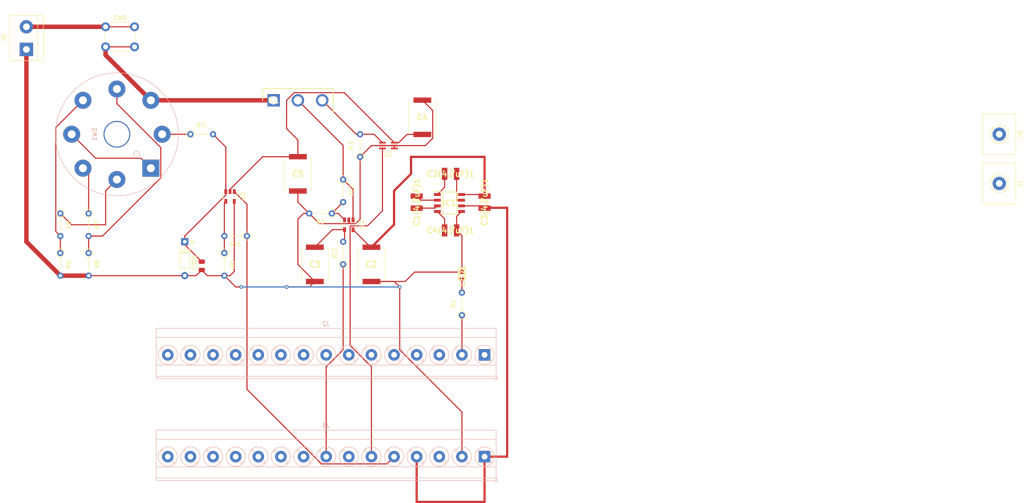
<source format=kicad_pcb>
(kicad_pcb (version 20171130) (host pcbnew "(5.1.6)-1")

  (general
    (thickness 1.6)
    (drawings 0)
    (tracks 170)
    (zones 0)
    (modules 35)
    (nets 53)
  )

  (page A4)
  (layers
    (0 F.Cu signal)
    (31 B.Cu signal)
    (32 B.Adhes user)
    (33 F.Adhes user)
    (34 B.Paste user)
    (35 F.Paste user)
    (36 B.SilkS user)
    (37 F.SilkS user)
    (38 B.Mask user)
    (39 F.Mask user)
    (40 Dwgs.User user)
    (41 Cmts.User user)
    (42 Eco1.User user)
    (43 Eco2.User user)
    (44 Edge.Cuts user)
    (45 Margin user)
    (46 B.CrtYd user)
    (47 F.CrtYd user)
    (48 B.Fab user)
    (49 F.Fab user)
  )

  (setup
    (last_trace_width 10)
    (user_trace_width 0.5)
    (user_trace_width 1)
    (user_trace_width 6)
    (user_trace_width 8)
    (user_trace_width 10)
    (trace_clearance 0.2)
    (zone_clearance 0.508)
    (zone_45_only no)
    (trace_min 0.2)
    (via_size 0.8)
    (via_drill 0.4)
    (via_min_size 0.4)
    (via_min_drill 0.3)
    (uvia_size 0.3)
    (uvia_drill 0.1)
    (uvias_allowed no)
    (uvia_min_size 0.2)
    (uvia_min_drill 0.1)
    (edge_width 0.05)
    (segment_width 0.2)
    (pcb_text_width 0.3)
    (pcb_text_size 1.5 1.5)
    (mod_edge_width 0.12)
    (mod_text_size 1 1)
    (mod_text_width 0.15)
    (pad_size 1.524 1.524)
    (pad_drill 0.762)
    (pad_to_mask_clearance 0.05)
    (aux_axis_origin 0 0)
    (visible_elements 7FFFFFFF)
    (pcbplotparams
      (layerselection 0x010fc_ffffffff)
      (usegerberextensions false)
      (usegerberattributes true)
      (usegerberadvancedattributes true)
      (creategerberjobfile true)
      (excludeedgelayer true)
      (linewidth 0.100000)
      (plotframeref false)
      (viasonmask false)
      (mode 1)
      (useauxorigin false)
      (hpglpennumber 1)
      (hpglpenspeed 20)
      (hpglpendiameter 15.000000)
      (psnegative false)
      (psa4output false)
      (plotreference true)
      (plotvalue true)
      (plotinvisibletext false)
      (padsonsilk false)
      (subtractmaskfromsilk false)
      (outputformat 1)
      (mirror false)
      (drillshape 1)
      (scaleselection 1)
      (outputdirectory ""))
  )

  (net 0 "")
  (net 1 "Net-(C1-Pad2)")
  (net 2 GND)
  (net 3 +10V)
  (net 4 "Net-(C3-Pad1)")
  (net 5 +3V3)
  (net 6 "Net-(C1(4.7uF)1-Pad2)")
  (net 7 "Net-(C1(4.7uF)1-Pad1)")
  (net 8 "Net-(C2(4.7uF)1-Pad2)")
  (net 9 "Net-(C2(4.7uF)1-Pad1)")
  (net 10 +5V)
  (net 11 -10V)
  (net 12 "Net-(J0-Pad2)")
  (net 13 "Net-(J2-Pad15)")
  (net 14 "Net-(J2-Pad14)")
  (net 15 "Net-(J2-Pad13)")
  (net 16 "Net-(J2-Pad12)")
  (net 17 "Net-(J2-Pad11)")
  (net 18 "Net-(J2-Pad10)")
  (net 19 "Net-(J2-Pad9)")
  (net 20 DAC_Control)
  (net 21 "Net-(J2-Pad7)")
  (net 22 ADC_C)
  (net 23 ADC_V)
  (net 24 "Net-(J2-Pad3)")
  (net 25 "Net-(LED1-Pad2)")
  (net 26 "Net-(Q1-Pad3)")
  (net 27 GATE)
  (net 28 "Net-(Q1-Pad1)")
  (net 29 "Net-(R1-Pad1)")
  (net 30 "Net-(R2-Pad1)")
  (net 31 "Net-(R5-Pad2)")
  (net 32 "Net-(R5-Pad1)")
  (net 33 "Net-(R7-Pad2)")
  (net 34 "Net-(R7-Pad1)")
  (net 35 "Net-(Ri1-Pad1)")
  (net 36 "Net-(SW1-Pad1)")
  (net 37 "Net-(J0-Pad1)")
  (net 38 "Net-(J2-Pad8)")
  (net 39 "Net-(J2-Pad6)")
  (net 40 "Net-(J2-Pad5)")
  (net 41 "Net-(J2-Pad4)")
  (net 42 "Net-(J2-Pad2)")
  (net 43 "Net-(J2-Pad1)")
  (net 44 "Net-(J3-Pad15)")
  (net 45 "Net-(J3-Pad14)")
  (net 46 "Net-(J3-Pad13)")
  (net 47 "Net-(J3-Pad12)")
  (net 48 "Net-(J3-Pad11)")
  (net 49 "Net-(J3-Pad10)")
  (net 50 "Net-(J3-Pad9)")
  (net 51 "Net-(J3-Pad7)")
  (net 52 "Net-(J3-Pad3)")

  (net_class Default "This is the default net class."
    (clearance 0.2)
    (trace_width 0.25)
    (via_dia 0.8)
    (via_drill 0.4)
    (uvia_dia 0.3)
    (uvia_drill 0.1)
    (add_net +10V)
    (add_net +3V3)
    (add_net +5V)
    (add_net -10V)
    (add_net ADC_C)
    (add_net ADC_V)
    (add_net DAC_Control)
    (add_net GATE)
    (add_net GND)
    (add_net "Net-(C1(4.7uF)1-Pad1)")
    (add_net "Net-(C1(4.7uF)1-Pad2)")
    (add_net "Net-(C1-Pad2)")
    (add_net "Net-(C2(4.7uF)1-Pad1)")
    (add_net "Net-(C2(4.7uF)1-Pad2)")
    (add_net "Net-(C3-Pad1)")
    (add_net "Net-(J0-Pad1)")
    (add_net "Net-(J0-Pad2)")
    (add_net "Net-(J2-Pad1)")
    (add_net "Net-(J2-Pad10)")
    (add_net "Net-(J2-Pad11)")
    (add_net "Net-(J2-Pad12)")
    (add_net "Net-(J2-Pad13)")
    (add_net "Net-(J2-Pad14)")
    (add_net "Net-(J2-Pad15)")
    (add_net "Net-(J2-Pad2)")
    (add_net "Net-(J2-Pad3)")
    (add_net "Net-(J2-Pad4)")
    (add_net "Net-(J2-Pad5)")
    (add_net "Net-(J2-Pad6)")
    (add_net "Net-(J2-Pad7)")
    (add_net "Net-(J2-Pad8)")
    (add_net "Net-(J2-Pad9)")
    (add_net "Net-(J3-Pad10)")
    (add_net "Net-(J3-Pad11)")
    (add_net "Net-(J3-Pad12)")
    (add_net "Net-(J3-Pad13)")
    (add_net "Net-(J3-Pad14)")
    (add_net "Net-(J3-Pad15)")
    (add_net "Net-(J3-Pad3)")
    (add_net "Net-(J3-Pad7)")
    (add_net "Net-(J3-Pad9)")
    (add_net "Net-(LED1-Pad2)")
    (add_net "Net-(Q1-Pad1)")
    (add_net "Net-(Q1-Pad3)")
    (add_net "Net-(R1-Pad1)")
    (add_net "Net-(R2-Pad1)")
    (add_net "Net-(R5-Pad1)")
    (add_net "Net-(R5-Pad2)")
    (add_net "Net-(R7-Pad1)")
    (add_net "Net-(R7-Pad2)")
    (add_net "Net-(Ri1-Pad1)")
    (add_net "Net-(SW1-Pad1)")
  )

  (module TerminalBlock_MetzConnect:TerminalBlock_MetzConnect_360271_1x01_Horizontal_ScrewM3.0_Boxed (layer F.Cu) (tedit 5B294E90) (tstamp 5EF62F9B)
    (at 243.84 56.77 270)
    (descr "single screw terminal block Metz Connect 360271, block size 9x7.3mm^2, drill diamater 1.5mm, 1 pads, pad diameter 3mm, see http://www.metz-connect.com/de/system/files/METZ_CONNECT_U_Contact_Katalog_Anschlusssysteme_fuer_Leiterplatten_DE_31_07_2017_OFF_024803.pdf?language=en page 134, script-generated using https://github.com/pointhi/kicad-footprint-generator/scripts/TerminalBlock_MetzConnect")
    (tags "THT single screw terminal block Metz Connect 360271 size 9x7.3mm^2 drill 1.5mm pad 3mm")
    (path /5EF7652E)
    (fp_text reference J1 (at 0 -4.71 90) (layer F.SilkS)
      (effects (font (size 1 1) (thickness 0.15)))
    )
    (fp_text value Screw_Terminal_01x01 (at 0 4.71 90) (layer F.Fab)
      (effects (font (size 1 1) (thickness 0.15)))
    )
    (fp_text user %R (at 0 -4.71 90) (layer F.Fab)
      (effects (font (size 1 1) (thickness 0.15)))
    )
    (fp_circle (center 0 0) (end 2 0) (layer F.Fab) (width 0.1))
    (fp_circle (center 0 0) (end 2.06 0) (layer F.SilkS) (width 0.12))
    (fp_line (start 1.517 -1.273) (end -1.273 1.517) (layer F.Fab) (width 0.1))
    (fp_line (start 1.273 -1.517) (end -1.517 1.273) (layer F.Fab) (width 0.1))
    (fp_line (start 1.563 -1.311) (end 1.376 -1.125) (layer F.SilkS) (width 0.12))
    (fp_line (start -1.168 1.419) (end -1.312 1.563) (layer F.SilkS) (width 0.12))
    (fp_line (start 1.312 -1.563) (end 1.168 -1.419) (layer F.SilkS) (width 0.12))
    (fp_line (start -1.376 1.124) (end -1.563 1.311) (layer F.SilkS) (width 0.12))
    (fp_line (start -4.5 -3.65) (end 4.5 -3.65) (layer F.Fab) (width 0.1))
    (fp_line (start -4.5 3.65) (end 4.5 3.65) (layer F.Fab) (width 0.1))
    (fp_line (start -4.5 -3.65) (end -4.5 3.65) (layer F.Fab) (width 0.1))
    (fp_line (start 4.5 -3.65) (end 4.5 3.65) (layer F.Fab) (width 0.1))
    (fp_line (start -4.56 -3.71) (end 4.56 -3.71) (layer F.SilkS) (width 0.12))
    (fp_line (start -4.56 3.71) (end 4.56 3.71) (layer F.SilkS) (width 0.12))
    (fp_line (start -4.56 -3.71) (end -4.56 3.71) (layer F.SilkS) (width 0.12))
    (fp_line (start 4.56 -3.71) (end 4.56 3.71) (layer F.SilkS) (width 0.12))
    (fp_line (start -5 -4.15) (end -5 4.15) (layer F.CrtYd) (width 0.05))
    (fp_line (start -5 4.15) (end 5 4.15) (layer F.CrtYd) (width 0.05))
    (fp_line (start 5 4.15) (end 5 -4.15) (layer F.CrtYd) (width 0.05))
    (fp_line (start 5 -4.15) (end -5 -4.15) (layer F.CrtYd) (width 0.05))
    (pad 1 thru_hole circle (at 0 0 270) (size 3 3) (drill 1.5) (layers *.Cu *.Mask)
      (net 2 GND))
    (model ${KISYS3DMOD}/TerminalBlock_MetzConnect.3dshapes/TerminalBlock_MetzConnect_360271_1x01_Horizontal_ScrewM3.0_Boxed.wrl
      (at (xyz 0 0 0))
      (scale (xyz 1 1 1))
      (rotate (xyz 0 0 0))
    )
  )

  (module TerminalBlock_MetzConnect:TerminalBlock_MetzConnect_360271_1x01_Horizontal_ScrewM3.0_Boxed (layer F.Cu) (tedit 5B294E90) (tstamp 5EF62F81)
    (at 243.84 45.72 270)
    (descr "single screw terminal block Metz Connect 360271, block size 9x7.3mm^2, drill diamater 1.5mm, 1 pads, pad diameter 3mm, see http://www.metz-connect.com/de/system/files/METZ_CONNECT_U_Contact_Katalog_Anschlusssysteme_fuer_Leiterplatten_DE_31_07_2017_OFF_024803.pdf?language=en page 134, script-generated using https://github.com/pointhi/kicad-footprint-generator/scripts/TerminalBlock_MetzConnect")
    (tags "THT single screw terminal block Metz Connect 360271 size 9x7.3mm^2 drill 1.5mm pad 3mm")
    (path /5EF742F4)
    (fp_text reference J0 (at 0 -4.71 90) (layer F.SilkS)
      (effects (font (size 1 1) (thickness 0.15)))
    )
    (fp_text value Screw_Terminal_01x01 (at 0 4.71 90) (layer F.Fab)
      (effects (font (size 1 1) (thickness 0.15)))
    )
    (fp_text user %R (at 0 -4.71 90) (layer F.Fab)
      (effects (font (size 1 1) (thickness 0.15)))
    )
    (fp_circle (center 0 0) (end 2 0) (layer F.Fab) (width 0.1))
    (fp_circle (center 0 0) (end 2.06 0) (layer F.SilkS) (width 0.12))
    (fp_line (start 1.517 -1.273) (end -1.273 1.517) (layer F.Fab) (width 0.1))
    (fp_line (start 1.273 -1.517) (end -1.517 1.273) (layer F.Fab) (width 0.1))
    (fp_line (start 1.563 -1.311) (end 1.376 -1.125) (layer F.SilkS) (width 0.12))
    (fp_line (start -1.168 1.419) (end -1.312 1.563) (layer F.SilkS) (width 0.12))
    (fp_line (start 1.312 -1.563) (end 1.168 -1.419) (layer F.SilkS) (width 0.12))
    (fp_line (start -1.376 1.124) (end -1.563 1.311) (layer F.SilkS) (width 0.12))
    (fp_line (start -4.5 -3.65) (end 4.5 -3.65) (layer F.Fab) (width 0.1))
    (fp_line (start -4.5 3.65) (end 4.5 3.65) (layer F.Fab) (width 0.1))
    (fp_line (start -4.5 -3.65) (end -4.5 3.65) (layer F.Fab) (width 0.1))
    (fp_line (start 4.5 -3.65) (end 4.5 3.65) (layer F.Fab) (width 0.1))
    (fp_line (start -4.56 -3.71) (end 4.56 -3.71) (layer F.SilkS) (width 0.12))
    (fp_line (start -4.56 3.71) (end 4.56 3.71) (layer F.SilkS) (width 0.12))
    (fp_line (start -4.56 -3.71) (end -4.56 3.71) (layer F.SilkS) (width 0.12))
    (fp_line (start 4.56 -3.71) (end 4.56 3.71) (layer F.SilkS) (width 0.12))
    (fp_line (start -5 -4.15) (end -5 4.15) (layer F.CrtYd) (width 0.05))
    (fp_line (start -5 4.15) (end 5 4.15) (layer F.CrtYd) (width 0.05))
    (fp_line (start 5 4.15) (end 5 -4.15) (layer F.CrtYd) (width 0.05))
    (fp_line (start 5 -4.15) (end -5 -4.15) (layer F.CrtYd) (width 0.05))
    (pad 1 thru_hole circle (at 0 0 270) (size 3 3) (drill 1.5) (layers *.Cu *.Mask)
      (net 37 "Net-(J0-Pad1)"))
    (model ${KISYS3DMOD}/TerminalBlock_MetzConnect.3dshapes/TerminalBlock_MetzConnect_360271_1x01_Horizontal_ScrewM3.0_Boxed.wrl
      (at (xyz 0 0 0))
      (scale (xyz 1 1 1))
      (rotate (xyz 0 0 0))
    )
  )

  (module Package_TO_SOT_SMD:SOT-23-5 (layer F.Cu) (tedit 5A02FF57) (tstamp 5EF69495)
    (at 97.79 66.04 270)
    (descr "5-pin SOT23 package")
    (tags SOT-23-5)
    (path /5EF4C180)
    (attr smd)
    (fp_text reference U3 (at 0 -2.9 90) (layer F.SilkS)
      (effects (font (size 1 1) (thickness 0.15)))
    )
    (fp_text value LT1215 (at 0 2.9 90) (layer F.Fab)
      (effects (font (size 1 1) (thickness 0.15)))
    )
    (fp_line (start 0.9 -1.55) (end 0.9 1.55) (layer F.Fab) (width 0.1))
    (fp_line (start 0.9 1.55) (end -0.9 1.55) (layer F.Fab) (width 0.1))
    (fp_line (start -0.9 -0.9) (end -0.9 1.55) (layer F.Fab) (width 0.1))
    (fp_line (start 0.9 -1.55) (end -0.25 -1.55) (layer F.Fab) (width 0.1))
    (fp_line (start -0.9 -0.9) (end -0.25 -1.55) (layer F.Fab) (width 0.1))
    (fp_line (start -1.9 1.8) (end -1.9 -1.8) (layer F.CrtYd) (width 0.05))
    (fp_line (start 1.9 1.8) (end -1.9 1.8) (layer F.CrtYd) (width 0.05))
    (fp_line (start 1.9 -1.8) (end 1.9 1.8) (layer F.CrtYd) (width 0.05))
    (fp_line (start -1.9 -1.8) (end 1.9 -1.8) (layer F.CrtYd) (width 0.05))
    (fp_line (start 0.9 -1.61) (end -1.55 -1.61) (layer F.SilkS) (width 0.12))
    (fp_line (start -0.9 1.61) (end 0.9 1.61) (layer F.SilkS) (width 0.12))
    (fp_text user %R (at 0 0) (layer F.Fab)
      (effects (font (size 0.5 0.5) (thickness 0.075)))
    )
    (pad 5 smd rect (at 1.1 -0.95 270) (size 1.06 0.65) (layers F.Cu F.Paste F.Mask)
      (net 3 +10V))
    (pad 4 smd rect (at 1.1 0.95 270) (size 1.06 0.65) (layers F.Cu F.Paste F.Mask)
      (net 4 "Net-(C3-Pad1)"))
    (pad 3 smd rect (at -1.1 0.95 270) (size 1.06 0.65) (layers F.Cu F.Paste F.Mask)
      (net 30 "Net-(R2-Pad1)"))
    (pad 2 smd rect (at -1.1 0 270) (size 1.06 0.65) (layers F.Cu F.Paste F.Mask)
      (net 2 GND))
    (pad 1 smd rect (at -1.1 -0.95 270) (size 1.06 0.65) (layers F.Cu F.Paste F.Mask)
      (net 27 GATE))
    (model ${KISYS3DMOD}/Package_TO_SOT_SMD.3dshapes/SOT-23-5.wrl
      (at (xyz 0 0 0))
      (scale (xyz 1 1 1))
      (rotate (xyz 0 0 0))
    )
  )

  (module Package_TO_SOT_SMD:SOT-23-5 (layer F.Cu) (tedit 5A02FF57) (tstamp 5EF69480)
    (at 71.12 59.69 270)
    (descr "5-pin SOT23 package")
    (tags SOT-23-5)
    (path /5EF12695)
    (attr smd)
    (fp_text reference U2 (at 0 -2.9 90) (layer F.SilkS)
      (effects (font (size 1 1) (thickness 0.15)))
    )
    (fp_text value LT1215 (at 0 2.9 90) (layer F.Fab)
      (effects (font (size 1 1) (thickness 0.15)))
    )
    (fp_line (start 0.9 -1.55) (end 0.9 1.55) (layer F.Fab) (width 0.1))
    (fp_line (start 0.9 1.55) (end -0.9 1.55) (layer F.Fab) (width 0.1))
    (fp_line (start -0.9 -0.9) (end -0.9 1.55) (layer F.Fab) (width 0.1))
    (fp_line (start 0.9 -1.55) (end -0.25 -1.55) (layer F.Fab) (width 0.1))
    (fp_line (start -0.9 -0.9) (end -0.25 -1.55) (layer F.Fab) (width 0.1))
    (fp_line (start -1.9 1.8) (end -1.9 -1.8) (layer F.CrtYd) (width 0.05))
    (fp_line (start 1.9 1.8) (end -1.9 1.8) (layer F.CrtYd) (width 0.05))
    (fp_line (start 1.9 -1.8) (end 1.9 1.8) (layer F.CrtYd) (width 0.05))
    (fp_line (start -1.9 -1.8) (end 1.9 -1.8) (layer F.CrtYd) (width 0.05))
    (fp_line (start 0.9 -1.61) (end -1.55 -1.61) (layer F.SilkS) (width 0.12))
    (fp_line (start -0.9 1.61) (end 0.9 1.61) (layer F.SilkS) (width 0.12))
    (fp_text user %R (at 0 0) (layer F.Fab)
      (effects (font (size 0.5 0.5) (thickness 0.075)))
    )
    (pad 5 smd rect (at 1.1 -0.95 270) (size 1.06 0.65) (layers F.Cu F.Paste F.Mask)
      (net 2 GND))
    (pad 4 smd rect (at 1.1 0.95 270) (size 1.06 0.65) (layers F.Cu F.Paste F.Mask)
      (net 29 "Net-(R1-Pad1)"))
    (pad 3 smd rect (at -1.1 0.95 270) (size 1.06 0.65) (layers F.Cu F.Paste F.Mask)
      (net 1 "Net-(C1-Pad2)"))
    (pad 2 smd rect (at -1.1 0 270) (size 1.06 0.65) (layers F.Cu F.Paste F.Mask)
      (net 5 +3V3))
    (pad 1 smd rect (at -1.1 -0.95 270) (size 1.06 0.65) (layers F.Cu F.Paste F.Mask)
      (net 23 ADC_V))
    (model ${KISYS3DMOD}/Package_TO_SOT_SMD.3dshapes/SOT-23-5.wrl
      (at (xyz 0 0 0))
      (scale (xyz 1 1 1))
      (rotate (xyz 0 0 0))
    )
  )

  (module Package_TO_SOT_SMD:SOT-363_SC-70-6_Handsoldering (layer F.Cu) (tedit 5A02FF57) (tstamp 5EF6946B)
    (at 106.68 48.26 180)
    (descr "SOT-363, SC-70-6, Handsoldering")
    (tags "SOT-363 SC-70-6 Handsoldering")
    (path /5EFC883D)
    (attr smd)
    (fp_text reference U1 (at 0 -2) (layer F.SilkS)
      (effects (font (size 1 1) (thickness 0.15)))
    )
    (fp_text value INA211CQDCKRQ1 (at 0 2 180) (layer F.Fab)
      (effects (font (size 1 1) (thickness 0.15)))
    )
    (fp_line (start -0.175 -1.1) (end -0.675 -0.6) (layer F.Fab) (width 0.1))
    (fp_line (start 0.675 1.1) (end -0.675 1.1) (layer F.Fab) (width 0.1))
    (fp_line (start 0.675 -1.1) (end 0.675 1.1) (layer F.Fab) (width 0.1))
    (fp_line (start -0.675 -0.6) (end -0.675 1.1) (layer F.Fab) (width 0.1))
    (fp_line (start 0.675 -1.1) (end -0.175 -1.1) (layer F.Fab) (width 0.1))
    (fp_line (start -2.4 -1.4) (end 2.4 -1.4) (layer F.CrtYd) (width 0.05))
    (fp_line (start -2.4 -1.4) (end -2.4 1.4) (layer F.CrtYd) (width 0.05))
    (fp_line (start 2.4 1.4) (end 2.4 -1.4) (layer F.CrtYd) (width 0.05))
    (fp_line (start -0.7 1.16) (end 0.7 1.16) (layer F.SilkS) (width 0.12))
    (fp_line (start 0.7 -1.16) (end -1.2 -1.16) (layer F.SilkS) (width 0.12))
    (fp_line (start -2.4 1.4) (end 2.4 1.4) (layer F.CrtYd) (width 0.05))
    (fp_text user %R (at 0 0 90) (layer F.Fab)
      (effects (font (size 0.5 0.5) (thickness 0.075)))
    )
    (pad 6 smd rect (at 1.33 -0.65 180) (size 1.5 0.4) (layers F.Cu F.Paste F.Mask)
      (net 22 ADC_C))
    (pad 5 smd rect (at 1.33 0 180) (size 1.5 0.4) (layers F.Cu F.Paste F.Mask)
      (net 2 GND))
    (pad 4 smd rect (at 1.33 0.65 180) (size 1.5 0.4) (layers F.Cu F.Paste F.Mask)
      (net 26 "Net-(Q1-Pad3)"))
    (pad 3 smd rect (at -1.33 0.65 180) (size 1.5 0.4) (layers F.Cu F.Paste F.Mask)
      (net 5 +3V3))
    (pad 2 smd rect (at -1.33 0 180) (size 1.5 0.4) (layers F.Cu F.Paste F.Mask)
      (net 2 GND))
    (pad 1 smd rect (at -1.33 -0.65 180) (size 1.5 0.4) (layers F.Cu F.Paste F.Mask)
      (net 2 GND))
    (model ${KISYS3DMOD}/Package_TO_SOT_SMD.3dshapes/SOT-363_SC-70-6.wrl
      (at (xyz 0 0 0))
      (scale (xyz 1 1 1))
      (rotate (xyz 0 0 0))
    )
  )

  (module Valve:Valve_Octal (layer B.Cu) (tedit 5A030096) (tstamp 5EF69455)
    (at 53.34 53.34 270)
    (descr "8-pin round valve")
    (tags valve)
    (path /5EFC3707)
    (fp_text reference SW1 (at -7.62 12.62 270) (layer B.SilkS)
      (effects (font (size 1 1) (thickness 0.15)) (justify mirror))
    )
    (fp_text value SW_Rotary2x3 (at -7.62 1.37 270) (layer B.Fab)
      (effects (font (size 1 1) (thickness 0.15)) (justify mirror))
    )
    (fp_circle (center -7.62 7.62) (end -15.56 -0.32) (layer B.Fab) (width 0.1))
    (fp_circle (center -3.21 3.2) (end -2.77 2.75) (layer B.SilkS) (width 0.12))
    (fp_circle (center -7.62 7.62) (end 2.13 -2.13) (layer B.SilkS) (width 0.12))
    (fp_circle (center -7.62 7.62) (end 3.13 -1.13) (layer B.CrtYd) (width 0.05))
    (fp_text user %R (at -7.62 12.62 270) (layer B.Fab)
      (effects (font (size 1 1) (thickness 0.15)) (justify mirror))
    )
    (pad "" thru_hole circle (at -7.62 7.62 270) (size 6 6) (drill 5.5) (layers *.Cu *.Mask))
    (pad 8 thru_hole circle (at -7.62 -2.54 270) (size 3.81 7.62) (drill 1.8) (layers *.Cu *.Mask)
      (net 35 "Net-(Ri1-Pad1)"))
    (pad 7 thru_hole circle (at -15.24 0 270) (size 3.81 7.62) (drill 1.8) (layers *.Cu *.Mask)
      (net 28 "Net-(Q1-Pad1)"))
    (pad 6 thru_hole circle (at -17.78 7.62 270) (size 3.81 7.62) (drill 1.8) (layers *.Cu *.Mask)
      (net 33 "Net-(R7-Pad2)"))
    (pad 5 thru_hole circle (at -15.24 15.24 270) (size 3.81 7.62) (drill 1.8) (layers *.Cu *.Mask)
      (net 31 "Net-(R5-Pad2)"))
    (pad 4 thru_hole circle (at -7.62 17.78 270) (size 3.81 7.62) (drill 1.8) (layers *.Cu *.Mask)
      (net 36 "Net-(SW1-Pad1)"))
    (pad 3 thru_hole circle (at 0 15.24 270) (size 3.81 7.62) (drill 1.8) (layers *.Cu *.Mask)
      (net 34 "Net-(R7-Pad1)"))
    (pad 2 thru_hole circle (at 2.54 7.62 270) (size 3.81 7.62) (drill 1.8) (layers *.Cu *.Mask)
      (net 32 "Net-(R5-Pad1)"))
    (pad 1 thru_hole rect (at 0 0 270) (size 3.81 3.81) (drill 1.8) (layers *.Cu *.Mask)
      (net 36 "Net-(SW1-Pad1)"))
    (model ${KISYS3DMOD}/Valve.3dshapes/Valve_Octal.wrl
      (at (xyz 0 0 0))
      (scale (xyz 1 1 1))
      (rotate (xyz 0 0 0))
    )
  )

  (module Button_Switch_THT:SW_PUSH_6mm_H7.3mm (layer F.Cu) (tedit 5A02FE31) (tstamp 5EF69443)
    (at 43.18 21.59)
    (descr "tactile push button, 6x6mm e.g. PHAP33xx series, height=7.3mm")
    (tags "tact sw push 6mm")
    (path /5EFADEF5)
    (fp_text reference SW0 (at 3.25 -2) (layer F.SilkS)
      (effects (font (size 1 1) (thickness 0.15)))
    )
    (fp_text value SW_Push (at 3.75 6.7) (layer F.Fab)
      (effects (font (size 1 1) (thickness 0.15)))
    )
    (fp_circle (center 3.25 2.25) (end 1.25 2.5) (layer F.Fab) (width 0.1))
    (fp_line (start 6.75 3) (end 6.75 1.5) (layer F.SilkS) (width 0.12))
    (fp_line (start 5.5 -1) (end 1 -1) (layer F.SilkS) (width 0.12))
    (fp_line (start -0.25 1.5) (end -0.25 3) (layer F.SilkS) (width 0.12))
    (fp_line (start 1 5.5) (end 5.5 5.5) (layer F.SilkS) (width 0.12))
    (fp_line (start 8 -1.25) (end 8 5.75) (layer F.CrtYd) (width 0.05))
    (fp_line (start 7.75 6) (end -1.25 6) (layer F.CrtYd) (width 0.05))
    (fp_line (start -1.5 5.75) (end -1.5 -1.25) (layer F.CrtYd) (width 0.05))
    (fp_line (start -1.25 -1.5) (end 7.75 -1.5) (layer F.CrtYd) (width 0.05))
    (fp_line (start -1.5 6) (end -1.25 6) (layer F.CrtYd) (width 0.05))
    (fp_line (start -1.5 5.75) (end -1.5 6) (layer F.CrtYd) (width 0.05))
    (fp_line (start -1.5 -1.5) (end -1.25 -1.5) (layer F.CrtYd) (width 0.05))
    (fp_line (start -1.5 -1.25) (end -1.5 -1.5) (layer F.CrtYd) (width 0.05))
    (fp_line (start 8 -1.5) (end 8 -1.25) (layer F.CrtYd) (width 0.05))
    (fp_line (start 7.75 -1.5) (end 8 -1.5) (layer F.CrtYd) (width 0.05))
    (fp_line (start 8 6) (end 8 5.75) (layer F.CrtYd) (width 0.05))
    (fp_line (start 7.75 6) (end 8 6) (layer F.CrtYd) (width 0.05))
    (fp_line (start 0.25 -0.75) (end 3.25 -0.75) (layer F.Fab) (width 0.1))
    (fp_line (start 0.25 5.25) (end 0.25 -0.75) (layer F.Fab) (width 0.1))
    (fp_line (start 6.25 5.25) (end 0.25 5.25) (layer F.Fab) (width 0.1))
    (fp_line (start 6.25 -0.75) (end 6.25 5.25) (layer F.Fab) (width 0.1))
    (fp_line (start 3.25 -0.75) (end 6.25 -0.75) (layer F.Fab) (width 0.1))
    (fp_text user %R (at 3.25 2.25) (layer F.Fab)
      (effects (font (size 1 1) (thickness 0.15)))
    )
    (pad 1 thru_hole circle (at 6.5 0 90) (size 2 2) (drill 1.1) (layers *.Cu *.Mask)
      (net 37 "Net-(J0-Pad1)"))
    (pad 2 thru_hole circle (at 6.5 4.5 90) (size 2 2) (drill 1.1) (layers *.Cu *.Mask)
      (net 28 "Net-(Q1-Pad1)"))
    (pad 1 thru_hole circle (at 0 0 90) (size 2 2) (drill 1.1) (layers *.Cu *.Mask)
      (net 37 "Net-(J0-Pad1)"))
    (pad 2 thru_hole circle (at 0 4.5 90) (size 2 2) (drill 1.1) (layers *.Cu *.Mask)
      (net 28 "Net-(Q1-Pad1)"))
    (model ${KISYS3DMOD}/Button_Switch_THT.3dshapes/SW_PUSH_6mm_H7.3mm.wrl
      (at (xyz 0 0 0))
      (scale (xyz 1 1 1))
      (rotate (xyz 0 0 0))
    )
  )

  (module Resistor_THT:R_Axial_DIN0204_L3.6mm_D1.6mm_P5.08mm_Vertical (layer F.Cu) (tedit 5AE5139B) (tstamp 5EF69424)
    (at 96.52 74.93 90)
    (descr "Resistor, Axial_DIN0204 series, Axial, Vertical, pin pitch=5.08mm, 0.167W, length*diameter=3.6*1.6mm^2, http://cdn-reichelt.de/documents/datenblatt/B400/1_4W%23YAG.pdf")
    (tags "Resistor Axial_DIN0204 series Axial Vertical pin pitch 5.08mm 0.167W length 3.6mm diameter 1.6mm")
    (path /5EF6845E)
    (fp_text reference Ri2 (at 2.54 -1.92 90) (layer F.SilkS)
      (effects (font (size 1 1) (thickness 0.15)))
    )
    (fp_text value 1k (at 2.54 1.92 90) (layer F.Fab)
      (effects (font (size 1 1) (thickness 0.15)))
    )
    (fp_line (start 6.03 -1.05) (end -1.05 -1.05) (layer F.CrtYd) (width 0.05))
    (fp_line (start 6.03 1.05) (end 6.03 -1.05) (layer F.CrtYd) (width 0.05))
    (fp_line (start -1.05 1.05) (end 6.03 1.05) (layer F.CrtYd) (width 0.05))
    (fp_line (start -1.05 -1.05) (end -1.05 1.05) (layer F.CrtYd) (width 0.05))
    (fp_line (start 0.92 0) (end 4.08 0) (layer F.SilkS) (width 0.12))
    (fp_line (start 0 0) (end 5.08 0) (layer F.Fab) (width 0.1))
    (fp_circle (center 0 0) (end 0.92 0) (layer F.SilkS) (width 0.12))
    (fp_circle (center 0 0) (end 0.8 0) (layer F.Fab) (width 0.1))
    (fp_text user %R (at 2.54 -1.92 90) (layer F.Fab)
      (effects (font (size 1 1) (thickness 0.15)))
    )
    (pad 2 thru_hole oval (at 5.08 0 90) (size 1.4 1.4) (drill 0.7) (layers *.Cu *.Mask)
      (net 4 "Net-(C3-Pad1)"))
    (pad 1 thru_hole circle (at 0 0 90) (size 1.4 1.4) (drill 0.7) (layers *.Cu *.Mask)
      (net 20 DAC_Control))
    (model ${KISYS3DMOD}/Resistor_THT.3dshapes/R_Axial_DIN0204_L3.6mm_D1.6mm_P5.08mm_Vertical.wrl
      (at (xyz 0 0 0))
      (scale (xyz 1 1 1))
      (rotate (xyz 0 0 0))
    )
  )

  (module Resistor_THT:R_Axial_DIN0204_L3.6mm_D1.6mm_P5.08mm_Vertical (layer F.Cu) (tedit 5AE5139B) (tstamp 5EF69415)
    (at 62.23 45.72)
    (descr "Resistor, Axial_DIN0204 series, Axial, Vertical, pin pitch=5.08mm, 0.167W, length*diameter=3.6*1.6mm^2, http://cdn-reichelt.de/documents/datenblatt/B400/1_4W%23YAG.pdf")
    (tags "Resistor Axial_DIN0204 series Axial Vertical pin pitch 5.08mm 0.167W length 3.6mm diameter 1.6mm")
    (path /5EFDA147)
    (fp_text reference Ri1 (at 2.54 -1.92) (layer F.SilkS)
      (effects (font (size 1 1) (thickness 0.15)))
    )
    (fp_text value 10k (at 2.54 1.92) (layer F.Fab)
      (effects (font (size 1 1) (thickness 0.15)))
    )
    (fp_line (start 6.03 -1.05) (end -1.05 -1.05) (layer F.CrtYd) (width 0.05))
    (fp_line (start 6.03 1.05) (end 6.03 -1.05) (layer F.CrtYd) (width 0.05))
    (fp_line (start -1.05 1.05) (end 6.03 1.05) (layer F.CrtYd) (width 0.05))
    (fp_line (start -1.05 -1.05) (end -1.05 1.05) (layer F.CrtYd) (width 0.05))
    (fp_line (start 0.92 0) (end 4.08 0) (layer F.SilkS) (width 0.12))
    (fp_line (start 0 0) (end 5.08 0) (layer F.Fab) (width 0.1))
    (fp_circle (center 0 0) (end 0.92 0) (layer F.SilkS) (width 0.12))
    (fp_circle (center 0 0) (end 0.8 0) (layer F.Fab) (width 0.1))
    (fp_text user %R (at 2.54 -1.92) (layer F.Fab)
      (effects (font (size 1 1) (thickness 0.15)))
    )
    (pad 2 thru_hole oval (at 5.08 0) (size 1.4 1.4) (drill 0.7) (layers *.Cu *.Mask)
      (net 1 "Net-(C1-Pad2)"))
    (pad 1 thru_hole circle (at 0 0) (size 1.4 1.4) (drill 0.7) (layers *.Cu *.Mask)
      (net 35 "Net-(Ri1-Pad1)"))
    (model ${KISYS3DMOD}/Resistor_THT.3dshapes/R_Axial_DIN0204_L3.6mm_D1.6mm_P5.08mm_Vertical.wrl
      (at (xyz 0 0 0))
      (scale (xyz 1 1 1))
      (rotate (xyz 0 0 0))
    )
  )

  (module Resistor_THT:R_Axial_DIN0204_L3.6mm_D1.6mm_P5.08mm_Vertical (layer F.Cu) (tedit 5AE5139B) (tstamp 5EF69406)
    (at 96.52 55.88 270)
    (descr "Resistor, Axial_DIN0204 series, Axial, Vertical, pin pitch=5.08mm, 0.167W, length*diameter=3.6*1.6mm^2, http://cdn-reichelt.de/documents/datenblatt/B400/1_4W%23YAG.pdf")
    (tags "Resistor Axial_DIN0204 series Axial Vertical pin pitch 5.08mm 0.167W length 3.6mm diameter 1.6mm")
    (path /5EF6EF1E)
    (fp_text reference Rf2 (at 2.54 -1.92 90) (layer F.SilkS)
      (effects (font (size 1 1) (thickness 0.15)))
    )
    (fp_text value 4k (at 2.54 1.92 90) (layer F.Fab)
      (effects (font (size 1 1) (thickness 0.15)))
    )
    (fp_line (start 6.03 -1.05) (end -1.05 -1.05) (layer F.CrtYd) (width 0.05))
    (fp_line (start 6.03 1.05) (end 6.03 -1.05) (layer F.CrtYd) (width 0.05))
    (fp_line (start -1.05 1.05) (end 6.03 1.05) (layer F.CrtYd) (width 0.05))
    (fp_line (start -1.05 -1.05) (end -1.05 1.05) (layer F.CrtYd) (width 0.05))
    (fp_line (start 0.92 0) (end 4.08 0) (layer F.SilkS) (width 0.12))
    (fp_line (start 0 0) (end 5.08 0) (layer F.Fab) (width 0.1))
    (fp_circle (center 0 0) (end 0.92 0) (layer F.SilkS) (width 0.12))
    (fp_circle (center 0 0) (end 0.8 0) (layer F.Fab) (width 0.1))
    (fp_text user %R (at 2.54 -1.92 90) (layer F.Fab)
      (effects (font (size 1 1) (thickness 0.15)))
    )
    (pad 2 thru_hole oval (at 5.08 0 270) (size 1.4 1.4) (drill 0.7) (layers *.Cu *.Mask)
      (net 30 "Net-(R2-Pad1)"))
    (pad 1 thru_hole circle (at 0 0 270) (size 1.4 1.4) (drill 0.7) (layers *.Cu *.Mask)
      (net 27 GATE))
    (model ${KISYS3DMOD}/Resistor_THT.3dshapes/R_Axial_DIN0204_L3.6mm_D1.6mm_P5.08mm_Vertical.wrl
      (at (xyz 0 0 0))
      (scale (xyz 1 1 1))
      (rotate (xyz 0 0 0))
    )
  )

  (module Resistor_THT:R_Axial_DIN0204_L3.6mm_D1.6mm_P5.08mm_Vertical (layer F.Cu) (tedit 5AE5139B) (tstamp 5EF693F7)
    (at 74.93 68.58 180)
    (descr "Resistor, Axial_DIN0204 series, Axial, Vertical, pin pitch=5.08mm, 0.167W, length*diameter=3.6*1.6mm^2, http://cdn-reichelt.de/documents/datenblatt/B400/1_4W%23YAG.pdf")
    (tags "Resistor Axial_DIN0204 series Axial Vertical pin pitch 5.08mm 0.167W length 3.6mm diameter 1.6mm")
    (path /5EF20BB8)
    (fp_text reference Rf1 (at 2.54 -1.92) (layer F.SilkS)
      (effects (font (size 1 1) (thickness 0.15)))
    )
    (fp_text value 1k (at 2.54 1.92) (layer F.Fab)
      (effects (font (size 1 1) (thickness 0.15)))
    )
    (fp_circle (center 0 0) (end 0.8 0) (layer F.Fab) (width 0.1))
    (fp_circle (center 0 0) (end 0.92 0) (layer F.SilkS) (width 0.12))
    (fp_line (start 0 0) (end 5.08 0) (layer F.Fab) (width 0.1))
    (fp_line (start 0.92 0) (end 4.08 0) (layer F.SilkS) (width 0.12))
    (fp_line (start -1.05 -1.05) (end -1.05 1.05) (layer F.CrtYd) (width 0.05))
    (fp_line (start -1.05 1.05) (end 6.03 1.05) (layer F.CrtYd) (width 0.05))
    (fp_line (start 6.03 1.05) (end 6.03 -1.05) (layer F.CrtYd) (width 0.05))
    (fp_line (start 6.03 -1.05) (end -1.05 -1.05) (layer F.CrtYd) (width 0.05))
    (fp_text user %R (at 2.54 -1.92) (layer F.Fab)
      (effects (font (size 1 1) (thickness 0.15)))
    )
    (pad 1 thru_hole circle (at 0 0 180) (size 1.4 1.4) (drill 0.7) (layers *.Cu *.Mask)
      (net 23 ADC_V))
    (pad 2 thru_hole oval (at 5.08 0 180) (size 1.4 1.4) (drill 0.7) (layers *.Cu *.Mask)
      (net 29 "Net-(R1-Pad1)"))
    (model ${KISYS3DMOD}/Resistor_THT.3dshapes/R_Axial_DIN0204_L3.6mm_D1.6mm_P5.08mm_Vertical.wrl
      (at (xyz 0 0 0))
      (scale (xyz 1 1 1))
      (rotate (xyz 0 0 0))
    )
  )

  (module Resistor_THT:R_Axial_DIN0204_L3.6mm_D1.6mm_P5.08mm_Vertical (layer F.Cu) (tedit 5AE5139B) (tstamp 5EF693E8)
    (at 39.37 72.39 270)
    (descr "Resistor, Axial_DIN0204 series, Axial, Vertical, pin pitch=5.08mm, 0.167W, length*diameter=3.6*1.6mm^2, http://cdn-reichelt.de/documents/datenblatt/B400/1_4W%23YAG.pdf")
    (tags "Resistor Axial_DIN0204 series Axial Vertical pin pitch 5.08mm 0.167W length 3.6mm diameter 1.6mm")
    (path /5EF5A814)
    (fp_text reference R8 (at 2.54 -1.92 90) (layer F.SilkS)
      (effects (font (size 1 1) (thickness 0.15)))
    )
    (fp_text value 2k (at 2.54 1.92 90) (layer F.Fab)
      (effects (font (size 1 1) (thickness 0.15)))
    )
    (fp_line (start 6.03 -1.05) (end -1.05 -1.05) (layer F.CrtYd) (width 0.05))
    (fp_line (start 6.03 1.05) (end 6.03 -1.05) (layer F.CrtYd) (width 0.05))
    (fp_line (start -1.05 1.05) (end 6.03 1.05) (layer F.CrtYd) (width 0.05))
    (fp_line (start -1.05 -1.05) (end -1.05 1.05) (layer F.CrtYd) (width 0.05))
    (fp_line (start 0.92 0) (end 4.08 0) (layer F.SilkS) (width 0.12))
    (fp_line (start 0 0) (end 5.08 0) (layer F.Fab) (width 0.1))
    (fp_circle (center 0 0) (end 0.92 0) (layer F.SilkS) (width 0.12))
    (fp_circle (center 0 0) (end 0.8 0) (layer F.Fab) (width 0.1))
    (fp_text user %R (at 2.54 -1.92 90) (layer F.Fab)
      (effects (font (size 1 1) (thickness 0.15)))
    )
    (pad 2 thru_hole oval (at 5.08 0 270) (size 1.4 1.4) (drill 0.7) (layers *.Cu *.Mask)
      (net 2 GND))
    (pad 1 thru_hole circle (at 0 0 270) (size 1.4 1.4) (drill 0.7) (layers *.Cu *.Mask)
      (net 33 "Net-(R7-Pad2)"))
    (model ${KISYS3DMOD}/Resistor_THT.3dshapes/R_Axial_DIN0204_L3.6mm_D1.6mm_P5.08mm_Vertical.wrl
      (at (xyz 0 0 0))
      (scale (xyz 1 1 1))
      (rotate (xyz 0 0 0))
    )
  )

  (module Resistor_THT:R_Axial_DIN0204_L3.6mm_D1.6mm_P5.08mm_Vertical (layer F.Cu) (tedit 5AE5139B) (tstamp 5EF693D9)
    (at 39.37 63.5 270)
    (descr "Resistor, Axial_DIN0204 series, Axial, Vertical, pin pitch=5.08mm, 0.167W, length*diameter=3.6*1.6mm^2, http://cdn-reichelt.de/documents/datenblatt/B400/1_4W%23YAG.pdf")
    (tags "Resistor Axial_DIN0204 series Axial Vertical pin pitch 5.08mm 0.167W length 3.6mm diameter 1.6mm")
    (path /5EF0BE66)
    (fp_text reference R7 (at 2.54 -1.92 90) (layer F.SilkS)
      (effects (font (size 1 1) (thickness 0.15)))
    )
    (fp_text value 132K (at 2.54 1.92 90) (layer F.Fab)
      (effects (font (size 1 1) (thickness 0.15)))
    )
    (fp_line (start 6.03 -1.05) (end -1.05 -1.05) (layer F.CrtYd) (width 0.05))
    (fp_line (start 6.03 1.05) (end 6.03 -1.05) (layer F.CrtYd) (width 0.05))
    (fp_line (start -1.05 1.05) (end 6.03 1.05) (layer F.CrtYd) (width 0.05))
    (fp_line (start -1.05 -1.05) (end -1.05 1.05) (layer F.CrtYd) (width 0.05))
    (fp_line (start 0.92 0) (end 4.08 0) (layer F.SilkS) (width 0.12))
    (fp_line (start 0 0) (end 5.08 0) (layer F.Fab) (width 0.1))
    (fp_circle (center 0 0) (end 0.92 0) (layer F.SilkS) (width 0.12))
    (fp_circle (center 0 0) (end 0.8 0) (layer F.Fab) (width 0.1))
    (fp_text user %R (at 2.54 -1.92 90) (layer F.Fab)
      (effects (font (size 1 1) (thickness 0.15)))
    )
    (pad 2 thru_hole oval (at 5.08 0 270) (size 1.4 1.4) (drill 0.7) (layers *.Cu *.Mask)
      (net 33 "Net-(R7-Pad2)"))
    (pad 1 thru_hole circle (at 0 0 270) (size 1.4 1.4) (drill 0.7) (layers *.Cu *.Mask)
      (net 34 "Net-(R7-Pad1)"))
    (model ${KISYS3DMOD}/Resistor_THT.3dshapes/R_Axial_DIN0204_L3.6mm_D1.6mm_P5.08mm_Vertical.wrl
      (at (xyz 0 0 0))
      (scale (xyz 1 1 1))
      (rotate (xyz 0 0 0))
    )
  )

  (module Resistor_THT:R_Axial_DIN0204_L3.6mm_D1.6mm_P5.08mm_Vertical (layer F.Cu) (tedit 5AE5139B) (tstamp 5EF693CA)
    (at 33.02 72.39 270)
    (descr "Resistor, Axial_DIN0204 series, Axial, Vertical, pin pitch=5.08mm, 0.167W, length*diameter=3.6*1.6mm^2, http://cdn-reichelt.de/documents/datenblatt/B400/1_4W%23YAG.pdf")
    (tags "Resistor Axial_DIN0204 series Axial Vertical pin pitch 5.08mm 0.167W length 3.6mm diameter 1.6mm")
    (path /5EFCDBB7)
    (fp_text reference R6 (at 2.54 -1.92 90) (layer F.SilkS)
      (effects (font (size 1 1) (thickness 0.15)))
    )
    (fp_text value 10k (at 2.54 1.92 90) (layer F.Fab)
      (effects (font (size 1 1) (thickness 0.15)))
    )
    (fp_line (start 6.03 -1.05) (end -1.05 -1.05) (layer F.CrtYd) (width 0.05))
    (fp_line (start 6.03 1.05) (end 6.03 -1.05) (layer F.CrtYd) (width 0.05))
    (fp_line (start -1.05 1.05) (end 6.03 1.05) (layer F.CrtYd) (width 0.05))
    (fp_line (start -1.05 -1.05) (end -1.05 1.05) (layer F.CrtYd) (width 0.05))
    (fp_line (start 0.92 0) (end 4.08 0) (layer F.SilkS) (width 0.12))
    (fp_line (start 0 0) (end 5.08 0) (layer F.Fab) (width 0.1))
    (fp_circle (center 0 0) (end 0.92 0) (layer F.SilkS) (width 0.12))
    (fp_circle (center 0 0) (end 0.8 0) (layer F.Fab) (width 0.1))
    (fp_text user %R (at 2.54 -1.92 90) (layer F.Fab)
      (effects (font (size 1 1) (thickness 0.15)))
    )
    (pad 2 thru_hole oval (at 5.08 0 270) (size 1.4 1.4) (drill 0.7) (layers *.Cu *.Mask)
      (net 2 GND))
    (pad 1 thru_hole circle (at 0 0 270) (size 1.4 1.4) (drill 0.7) (layers *.Cu *.Mask)
      (net 31 "Net-(R5-Pad2)"))
    (model ${KISYS3DMOD}/Resistor_THT.3dshapes/R_Axial_DIN0204_L3.6mm_D1.6mm_P5.08mm_Vertical.wrl
      (at (xyz 0 0 0))
      (scale (xyz 1 1 1))
      (rotate (xyz 0 0 0))
    )
  )

  (module Resistor_THT:R_Axial_DIN0204_L3.6mm_D1.6mm_P5.08mm_Vertical (layer F.Cu) (tedit 5AE5139B) (tstamp 5EF693BB)
    (at 33.02 63.5 270)
    (descr "Resistor, Axial_DIN0204 series, Axial, Vertical, pin pitch=5.08mm, 0.167W, length*diameter=3.6*1.6mm^2, http://cdn-reichelt.de/documents/datenblatt/B400/1_4W%23YAG.pdf")
    (tags "Resistor Axial_DIN0204 series Axial Vertical pin pitch 5.08mm 0.167W length 3.6mm diameter 1.6mm")
    (path /5EF0B2A5)
    (fp_text reference R5 (at 2.54 -1.92 90) (layer F.SilkS)
      (effects (font (size 1 1) (thickness 0.15)))
    )
    (fp_text value 56.6k (at 2.54 1.92 90) (layer F.Fab)
      (effects (font (size 1 1) (thickness 0.15)))
    )
    (fp_line (start 6.03 -1.05) (end -1.05 -1.05) (layer F.CrtYd) (width 0.05))
    (fp_line (start 6.03 1.05) (end 6.03 -1.05) (layer F.CrtYd) (width 0.05))
    (fp_line (start -1.05 1.05) (end 6.03 1.05) (layer F.CrtYd) (width 0.05))
    (fp_line (start -1.05 -1.05) (end -1.05 1.05) (layer F.CrtYd) (width 0.05))
    (fp_line (start 0.92 0) (end 4.08 0) (layer F.SilkS) (width 0.12))
    (fp_line (start 0 0) (end 5.08 0) (layer F.Fab) (width 0.1))
    (fp_circle (center 0 0) (end 0.92 0) (layer F.SilkS) (width 0.12))
    (fp_circle (center 0 0) (end 0.8 0) (layer F.Fab) (width 0.1))
    (fp_text user %R (at 2.54 -1.92 90) (layer F.Fab)
      (effects (font (size 1 1) (thickness 0.15)))
    )
    (pad 2 thru_hole oval (at 5.08 0 270) (size 1.4 1.4) (drill 0.7) (layers *.Cu *.Mask)
      (net 31 "Net-(R5-Pad2)"))
    (pad 1 thru_hole circle (at 0 0 270) (size 1.4 1.4) (drill 0.7) (layers *.Cu *.Mask)
      (net 32 "Net-(R5-Pad1)"))
    (model ${KISYS3DMOD}/Resistor_THT.3dshapes/R_Axial_DIN0204_L3.6mm_D1.6mm_P5.08mm_Vertical.wrl
      (at (xyz 0 0 0))
      (scale (xyz 1 1 1))
      (rotate (xyz 0 0 0))
    )
  )

  (module Resistor_THT:R_Axial_DIN0204_L3.6mm_D1.6mm_P5.08mm_Vertical (layer F.Cu) (tedit 5AE5139B) (tstamp 5EF693AC)
    (at 123.19 86.36 90)
    (descr "Resistor, Axial_DIN0204 series, Axial, Vertical, pin pitch=5.08mm, 0.167W, length*diameter=3.6*1.6mm^2, http://cdn-reichelt.de/documents/datenblatt/B400/1_4W%23YAG.pdf")
    (tags "Resistor Axial_DIN0204 series Axial Vertical pin pitch 5.08mm 0.167W length 3.6mm diameter 1.6mm")
    (path /5EF470D8)
    (fp_text reference R4 (at 2.54 -1.92 90) (layer F.SilkS)
      (effects (font (size 1 1) (thickness 0.15)))
    )
    (fp_text value 330 (at 2.54 1.92 90) (layer F.Fab)
      (effects (font (size 1 1) (thickness 0.15)))
    )
    (fp_line (start 6.03 -1.05) (end -1.05 -1.05) (layer F.CrtYd) (width 0.05))
    (fp_line (start 6.03 1.05) (end 6.03 -1.05) (layer F.CrtYd) (width 0.05))
    (fp_line (start -1.05 1.05) (end 6.03 1.05) (layer F.CrtYd) (width 0.05))
    (fp_line (start -1.05 -1.05) (end -1.05 1.05) (layer F.CrtYd) (width 0.05))
    (fp_line (start 0.92 0) (end 4.08 0) (layer F.SilkS) (width 0.12))
    (fp_line (start 0 0) (end 5.08 0) (layer F.Fab) (width 0.1))
    (fp_circle (center 0 0) (end 0.92 0) (layer F.SilkS) (width 0.12))
    (fp_circle (center 0 0) (end 0.8 0) (layer F.Fab) (width 0.1))
    (fp_text user %R (at 2.54 -1.92 90) (layer F.Fab)
      (effects (font (size 1 1) (thickness 0.15)))
    )
    (pad 2 thru_hole oval (at 5.08 0 90) (size 1.4 1.4) (drill 0.7) (layers *.Cu *.Mask)
      (net 25 "Net-(LED1-Pad2)"))
    (pad 1 thru_hole circle (at 0 0 90) (size 1.4 1.4) (drill 0.7) (layers *.Cu *.Mask)
      (net 42 "Net-(J2-Pad2)"))
    (model ${KISYS3DMOD}/Resistor_THT.3dshapes/R_Axial_DIN0204_L3.6mm_D1.6mm_P5.08mm_Vertical.wrl
      (at (xyz 0 0 0))
      (scale (xyz 1 1 1))
      (rotate (xyz 0 0 0))
    )
  )

  (module Resistor_THT:R_Axial_DIN0204_L3.6mm_D1.6mm_P5.08mm_Vertical (layer F.Cu) (tedit 5AE5139B) (tstamp 5EF6939D)
    (at 100.33 50.8 90)
    (descr "Resistor, Axial_DIN0204 series, Axial, Vertical, pin pitch=5.08mm, 0.167W, length*diameter=3.6*1.6mm^2, http://cdn-reichelt.de/documents/datenblatt/B400/1_4W%23YAG.pdf")
    (tags "Resistor Axial_DIN0204 series Axial Vertical pin pitch 5.08mm 0.167W length 3.6mm diameter 1.6mm")
    (path /5EFAF6B4)
    (fp_text reference R3 (at 2.54 -1.92 90) (layer F.SilkS)
      (effects (font (size 1 1) (thickness 0.15)))
    )
    (fp_text value .5m (at 2.54 1.92 90) (layer F.Fab)
      (effects (font (size 1 1) (thickness 0.15)))
    )
    (fp_line (start 6.03 -1.05) (end -1.05 -1.05) (layer F.CrtYd) (width 0.05))
    (fp_line (start 6.03 1.05) (end 6.03 -1.05) (layer F.CrtYd) (width 0.05))
    (fp_line (start -1.05 1.05) (end 6.03 1.05) (layer F.CrtYd) (width 0.05))
    (fp_line (start -1.05 -1.05) (end -1.05 1.05) (layer F.CrtYd) (width 0.05))
    (fp_line (start 0.92 0) (end 4.08 0) (layer F.SilkS) (width 0.12))
    (fp_line (start 0 0) (end 5.08 0) (layer F.Fab) (width 0.1))
    (fp_circle (center 0 0) (end 0.92 0) (layer F.SilkS) (width 0.12))
    (fp_circle (center 0 0) (end 0.8 0) (layer F.Fab) (width 0.1))
    (fp_text user %R (at 2.54 -1.92 90) (layer F.Fab)
      (effects (font (size 1 1) (thickness 0.15)))
    )
    (pad 2 thru_hole oval (at 5.08 0 90) (size 1.4 1.4) (drill 0.7) (layers *.Cu *.Mask)
      (net 26 "Net-(Q1-Pad3)"))
    (pad 1 thru_hole circle (at 0 0 90) (size 1.4 1.4) (drill 0.7) (layers *.Cu *.Mask)
      (net 2 GND))
    (model ${KISYS3DMOD}/Resistor_THT.3dshapes/R_Axial_DIN0204_L3.6mm_D1.6mm_P5.08mm_Vertical.wrl
      (at (xyz 0 0 0))
      (scale (xyz 1 1 1))
      (rotate (xyz 0 0 0))
    )
  )

  (module Resistor_THT:R_Axial_DIN0204_L3.6mm_D1.6mm_P5.08mm_Vertical (layer F.Cu) (tedit 5AE5139B) (tstamp 5EF6938E)
    (at 93.98 63.5 180)
    (descr "Resistor, Axial_DIN0204 series, Axial, Vertical, pin pitch=5.08mm, 0.167W, length*diameter=3.6*1.6mm^2, http://cdn-reichelt.de/documents/datenblatt/B400/1_4W%23YAG.pdf")
    (tags "Resistor Axial_DIN0204 series Axial Vertical pin pitch 5.08mm 0.167W length 3.6mm diameter 1.6mm")
    (path /5EF6FB23)
    (fp_text reference R2 (at 2.54 -1.92) (layer F.SilkS)
      (effects (font (size 1 1) (thickness 0.15)))
    )
    (fp_text value 1k (at 2.54 1.92) (layer F.Fab)
      (effects (font (size 1 1) (thickness 0.15)))
    )
    (fp_line (start 6.03 -1.05) (end -1.05 -1.05) (layer F.CrtYd) (width 0.05))
    (fp_line (start 6.03 1.05) (end 6.03 -1.05) (layer F.CrtYd) (width 0.05))
    (fp_line (start -1.05 1.05) (end 6.03 1.05) (layer F.CrtYd) (width 0.05))
    (fp_line (start -1.05 -1.05) (end -1.05 1.05) (layer F.CrtYd) (width 0.05))
    (fp_line (start 0.92 0) (end 4.08 0) (layer F.SilkS) (width 0.12))
    (fp_line (start 0 0) (end 5.08 0) (layer F.Fab) (width 0.1))
    (fp_circle (center 0 0) (end 0.92 0) (layer F.SilkS) (width 0.12))
    (fp_circle (center 0 0) (end 0.8 0) (layer F.Fab) (width 0.1))
    (fp_text user %R (at 2.54 -1.92) (layer F.Fab)
      (effects (font (size 1 1) (thickness 0.15)))
    )
    (pad 2 thru_hole oval (at 5.08 0 180) (size 1.4 1.4) (drill 0.7) (layers *.Cu *.Mask)
      (net 2 GND))
    (pad 1 thru_hole circle (at 0 0 180) (size 1.4 1.4) (drill 0.7) (layers *.Cu *.Mask)
      (net 30 "Net-(R2-Pad1)"))
    (model ${KISYS3DMOD}/Resistor_THT.3dshapes/R_Axial_DIN0204_L3.6mm_D1.6mm_P5.08mm_Vertical.wrl
      (at (xyz 0 0 0))
      (scale (xyz 1 1 1))
      (rotate (xyz 0 0 0))
    )
  )

  (module Resistor_THT:R_Axial_DIN0204_L3.6mm_D1.6mm_P5.08mm_Vertical (layer F.Cu) (tedit 5AE5139B) (tstamp 5EF6937F)
    (at 69.85 72.39 270)
    (descr "Resistor, Axial_DIN0204 series, Axial, Vertical, pin pitch=5.08mm, 0.167W, length*diameter=3.6*1.6mm^2, http://cdn-reichelt.de/documents/datenblatt/B400/1_4W%23YAG.pdf")
    (tags "Resistor Axial_DIN0204 series Axial Vertical pin pitch 5.08mm 0.167W length 3.6mm diameter 1.6mm")
    (path /5EF20932)
    (fp_text reference R1 (at 2.54 -1.92 90) (layer F.SilkS)
      (effects (font (size 1 1) (thickness 0.15)))
    )
    (fp_text value 1k (at 2.54 1.92 90) (layer F.Fab)
      (effects (font (size 1 1) (thickness 0.15)))
    )
    (fp_line (start 6.03 -1.05) (end -1.05 -1.05) (layer F.CrtYd) (width 0.05))
    (fp_line (start 6.03 1.05) (end 6.03 -1.05) (layer F.CrtYd) (width 0.05))
    (fp_line (start -1.05 1.05) (end 6.03 1.05) (layer F.CrtYd) (width 0.05))
    (fp_line (start -1.05 -1.05) (end -1.05 1.05) (layer F.CrtYd) (width 0.05))
    (fp_line (start 0.92 0) (end 4.08 0) (layer F.SilkS) (width 0.12))
    (fp_line (start 0 0) (end 5.08 0) (layer F.Fab) (width 0.1))
    (fp_circle (center 0 0) (end 0.92 0) (layer F.SilkS) (width 0.12))
    (fp_circle (center 0 0) (end 0.8 0) (layer F.Fab) (width 0.1))
    (fp_text user %R (at 2.54 -1.92 90) (layer F.Fab)
      (effects (font (size 1 1) (thickness 0.15)))
    )
    (pad 2 thru_hole oval (at 5.08 0 270) (size 1.4 1.4) (drill 0.7) (layers *.Cu *.Mask)
      (net 2 GND))
    (pad 1 thru_hole circle (at 0 0 270) (size 1.4 1.4) (drill 0.7) (layers *.Cu *.Mask)
      (net 29 "Net-(R1-Pad1)"))
    (model ${KISYS3DMOD}/Resistor_THT.3dshapes/R_Axial_DIN0204_L3.6mm_D1.6mm_P5.08mm_Vertical.wrl
      (at (xyz 0 0 0))
      (scale (xyz 1 1 1))
      (rotate (xyz 0 0 0))
    )
  )

  (module SamacSys_Parts:TO546P531X1558X2499-3P (layer F.Cu) (tedit 0) (tstamp 5EF69370)
    (at 80.9 38.1)
    (descr IRF100P218XKMA)
    (tags Transistor)
    (path /5EF926F6)
    (fp_text reference Q1 (at 0 0) (layer F.SilkS)
      (effects (font (size 1.27 1.27) (thickness 0.254)))
    )
    (fp_text value IRF100P218XKMA1 (at 0 0) (layer F.SilkS) hide
      (effects (font (size 1.27 1.27) (thickness 0.254)))
    )
    (fp_line (start -2.475 -2.655) (end -2.475 0) (layer F.SilkS) (width 0.2))
    (fp_line (start 13.395 -2.655) (end -2.475 -2.655) (layer F.SilkS) (width 0.2))
    (fp_line (start 13.395 2.655) (end 13.395 -2.655) (layer F.SilkS) (width 0.2))
    (fp_line (start -2.475 0.075) (end 0.255 -2.655) (layer F.Fab) (width 0.1))
    (fp_line (start -2.475 2.655) (end -2.475 -2.655) (layer F.Fab) (width 0.1))
    (fp_line (start 13.395 2.655) (end -2.475 2.655) (layer F.Fab) (width 0.1))
    (fp_line (start 13.395 -2.655) (end 13.395 2.655) (layer F.Fab) (width 0.1))
    (fp_line (start -2.475 -2.655) (end 13.395 -2.655) (layer F.Fab) (width 0.1))
    (fp_line (start -2.725 2.905) (end -2.725 -2.905) (layer F.CrtYd) (width 0.05))
    (fp_line (start 13.645 2.905) (end -2.725 2.905) (layer F.CrtYd) (width 0.05))
    (fp_line (start 13.645 -2.905) (end 13.645 2.905) (layer F.CrtYd) (width 0.05))
    (fp_line (start -2.725 -2.905) (end 13.645 -2.905) (layer F.CrtYd) (width 0.05))
    (fp_text user %R (at 0 0) (layer F.Fab)
      (effects (font (size 1.27 1.27) (thickness 0.254)))
    )
    (pad 3 thru_hole circle (at 10.92 0) (size 2.79 2.79) (drill 1.86) (layers *.Cu *.Mask)
      (net 26 "Net-(Q1-Pad3)"))
    (pad 2 thru_hole circle (at 5.46 0) (size 2.79 2.79) (drill 1.86) (layers *.Cu *.Mask)
      (net 27 GATE))
    (pad 1 thru_hole rect (at 0 0) (size 2.79 2.79) (drill 1.86) (layers *.Cu *.Mask)
      (net 28 "Net-(Q1-Pad1)"))
    (model "C:\\Users\\youss\\Desktop\\another temp\\kitkad\\library loader new\\SamacSys_Parts.3dshapes\\IRF100P218XKMA1.stp"
      (at (xyz 0 0 0))
      (scale (xyz 1 1 1))
      (rotate (xyz 0 0 0))
    )
  )

  (module SamacSys_Parts:LEDC1608X85N (layer F.Cu) (tedit 0) (tstamp 5EF6935C)
    (at 123.19 77.47 270)
    (descr "1.6mmX0.8mm SMT LED, 0.75mm thickness")
    (tags LED)
    (path /5EFABEB5)
    (attr smd)
    (fp_text reference LED1 (at 0 0 90) (layer F.SilkS)
      (effects (font (size 1.27 1.27) (thickness 0.254)))
    )
    (fp_text value APT1608SGC (at 0 0 90) (layer F.SilkS) hide
      (effects (font (size 1.27 1.27) (thickness 0.254)))
    )
    (fp_line (start -1.55 0.825) (end 0.8 0.825) (layer F.SilkS) (width 0.2))
    (fp_line (start -1.55 -0.825) (end -1.55 0.825) (layer F.SilkS) (width 0.2))
    (fp_line (start 0.8 -0.825) (end -1.55 -0.825) (layer F.SilkS) (width 0.2))
    (fp_line (start -0.8 -0.133) (end -0.533 -0.4) (layer F.Fab) (width 0.1))
    (fp_line (start -0.8 0.4) (end -0.8 -0.4) (layer F.Fab) (width 0.1))
    (fp_line (start 0.8 0.4) (end -0.8 0.4) (layer F.Fab) (width 0.1))
    (fp_line (start 0.8 -0.4) (end 0.8 0.4) (layer F.Fab) (width 0.1))
    (fp_line (start -0.8 -0.4) (end 0.8 -0.4) (layer F.Fab) (width 0.1))
    (fp_line (start -1.65 0.925) (end -1.65 -0.925) (layer F.CrtYd) (width 0.05))
    (fp_line (start 1.65 0.925) (end -1.65 0.925) (layer F.CrtYd) (width 0.05))
    (fp_line (start 1.65 -0.925) (end 1.65 0.925) (layer F.CrtYd) (width 0.05))
    (fp_line (start -1.65 -0.925) (end 1.65 -0.925) (layer F.CrtYd) (width 0.05))
    (fp_text user %R (at 0 0 90) (layer F.Fab)
      (effects (font (size 1.27 1.27) (thickness 0.254)))
    )
    (pad 2 smd rect (at 0.8 0 270) (size 0.8 0.95) (layers F.Cu F.Paste F.Mask)
      (net 25 "Net-(LED1-Pad2)"))
    (pad 1 smd rect (at -0.8 0 270) (size 0.8 0.95) (layers F.Cu F.Paste F.Mask)
      (net 2 GND))
  )

  (module TerminalBlock_Phoenix:TerminalBlock_Phoenix_MKDS-3-15-5.08_1x15_P5.08mm_Horizontal (layer B.Cu) (tedit 5B294F37) (tstamp 5EF69349)
    (at 128.27 118.11 180)
    (descr "Terminal Block Phoenix MKDS-3-15-5.08, 15 pins, pitch 5.08mm, size 76.2x11.2mm^2, drill diamater 1.3mm, pad diameter 2.6mm, see http://www.farnell.com/datasheets/2138224.pdf, script-generated using https://github.com/pointhi/kicad-footprint-generator/scripts/TerminalBlock_Phoenix")
    (tags "THT Terminal Block Phoenix MKDS-3-15-5.08 pitch 5.08mm size 76.2x11.2mm^2 drill 1.3mm pad 2.6mm")
    (path /5EF301C6)
    (fp_text reference J3 (at 35.56 6.96 180) (layer B.SilkS)
      (effects (font (size 1 1) (thickness 0.15)) (justify mirror))
    )
    (fp_text value Conn_01x15 (at 35.56 -6.36 180) (layer B.Fab)
      (effects (font (size 1 1) (thickness 0.15)) (justify mirror))
    )
    (fp_line (start 74.16 6.4) (end -3.04 6.4) (layer B.CrtYd) (width 0.05))
    (fp_line (start 74.16 -5.8) (end 74.16 6.4) (layer B.CrtYd) (width 0.05))
    (fp_line (start -3.04 -5.8) (end 74.16 -5.8) (layer B.CrtYd) (width 0.05))
    (fp_line (start -3.04 6.4) (end -3.04 -5.8) (layer B.CrtYd) (width 0.05))
    (fp_line (start -2.84 -5.6) (end -2.34 -5.6) (layer B.SilkS) (width 0.12))
    (fp_line (start -2.84 -4.86) (end -2.84 -5.6) (layer B.SilkS) (width 0.12))
    (fp_line (start 69.862 -0.992) (end 69.467 -1.388) (layer B.SilkS) (width 0.12))
    (fp_line (start 72.508 1.654) (end 72.128 1.274) (layer B.SilkS) (width 0.12))
    (fp_line (start 70.113 -1.274) (end 69.733 -1.654) (layer B.SilkS) (width 0.12))
    (fp_line (start 72.774 1.388) (end 72.379 0.992) (layer B.SilkS) (width 0.12))
    (fp_line (start 72.393 1.517) (end 69.604 -1.273) (layer B.Fab) (width 0.1))
    (fp_line (start 72.637 1.273) (end 69.848 -1.517) (layer B.Fab) (width 0.1))
    (fp_line (start 64.782 -0.992) (end 64.387 -1.388) (layer B.SilkS) (width 0.12))
    (fp_line (start 67.428 1.654) (end 67.048 1.274) (layer B.SilkS) (width 0.12))
    (fp_line (start 65.033 -1.274) (end 64.653 -1.654) (layer B.SilkS) (width 0.12))
    (fp_line (start 67.694 1.388) (end 67.299 0.992) (layer B.SilkS) (width 0.12))
    (fp_line (start 67.313 1.517) (end 64.524 -1.273) (layer B.Fab) (width 0.1))
    (fp_line (start 67.557 1.273) (end 64.768 -1.517) (layer B.Fab) (width 0.1))
    (fp_line (start 59.702 -0.992) (end 59.307 -1.388) (layer B.SilkS) (width 0.12))
    (fp_line (start 62.348 1.654) (end 61.968 1.274) (layer B.SilkS) (width 0.12))
    (fp_line (start 59.953 -1.274) (end 59.573 -1.654) (layer B.SilkS) (width 0.12))
    (fp_line (start 62.614 1.388) (end 62.219 0.992) (layer B.SilkS) (width 0.12))
    (fp_line (start 62.233 1.517) (end 59.444 -1.273) (layer B.Fab) (width 0.1))
    (fp_line (start 62.477 1.273) (end 59.688 -1.517) (layer B.Fab) (width 0.1))
    (fp_line (start 54.622 -0.992) (end 54.227 -1.388) (layer B.SilkS) (width 0.12))
    (fp_line (start 57.268 1.654) (end 56.888 1.274) (layer B.SilkS) (width 0.12))
    (fp_line (start 54.873 -1.274) (end 54.493 -1.654) (layer B.SilkS) (width 0.12))
    (fp_line (start 57.534 1.388) (end 57.139 0.992) (layer B.SilkS) (width 0.12))
    (fp_line (start 57.153 1.517) (end 54.364 -1.273) (layer B.Fab) (width 0.1))
    (fp_line (start 57.397 1.273) (end 54.608 -1.517) (layer B.Fab) (width 0.1))
    (fp_line (start 49.542 -0.992) (end 49.147 -1.388) (layer B.SilkS) (width 0.12))
    (fp_line (start 52.188 1.654) (end 51.808 1.274) (layer B.SilkS) (width 0.12))
    (fp_line (start 49.793 -1.274) (end 49.413 -1.654) (layer B.SilkS) (width 0.12))
    (fp_line (start 52.454 1.388) (end 52.059 0.992) (layer B.SilkS) (width 0.12))
    (fp_line (start 52.073 1.517) (end 49.284 -1.273) (layer B.Fab) (width 0.1))
    (fp_line (start 52.317 1.273) (end 49.528 -1.517) (layer B.Fab) (width 0.1))
    (fp_line (start 44.462 -0.992) (end 44.067 -1.388) (layer B.SilkS) (width 0.12))
    (fp_line (start 47.108 1.654) (end 46.728 1.274) (layer B.SilkS) (width 0.12))
    (fp_line (start 44.713 -1.274) (end 44.333 -1.654) (layer B.SilkS) (width 0.12))
    (fp_line (start 47.374 1.388) (end 46.979 0.992) (layer B.SilkS) (width 0.12))
    (fp_line (start 46.993 1.517) (end 44.204 -1.273) (layer B.Fab) (width 0.1))
    (fp_line (start 47.237 1.273) (end 44.448 -1.517) (layer B.Fab) (width 0.1))
    (fp_line (start 39.382 -0.992) (end 38.987 -1.388) (layer B.SilkS) (width 0.12))
    (fp_line (start 42.028 1.654) (end 41.648 1.274) (layer B.SilkS) (width 0.12))
    (fp_line (start 39.633 -1.274) (end 39.253 -1.654) (layer B.SilkS) (width 0.12))
    (fp_line (start 42.294 1.388) (end 41.899 0.992) (layer B.SilkS) (width 0.12))
    (fp_line (start 41.913 1.517) (end 39.124 -1.273) (layer B.Fab) (width 0.1))
    (fp_line (start 42.157 1.273) (end 39.368 -1.517) (layer B.Fab) (width 0.1))
    (fp_line (start 34.302 -0.992) (end 33.907 -1.388) (layer B.SilkS) (width 0.12))
    (fp_line (start 36.948 1.654) (end 36.568 1.274) (layer B.SilkS) (width 0.12))
    (fp_line (start 34.553 -1.274) (end 34.173 -1.654) (layer B.SilkS) (width 0.12))
    (fp_line (start 37.214 1.388) (end 36.819 0.992) (layer B.SilkS) (width 0.12))
    (fp_line (start 36.833 1.517) (end 34.044 -1.273) (layer B.Fab) (width 0.1))
    (fp_line (start 37.077 1.273) (end 34.288 -1.517) (layer B.Fab) (width 0.1))
    (fp_line (start 29.222 -0.992) (end 28.827 -1.388) (layer B.SilkS) (width 0.12))
    (fp_line (start 31.868 1.654) (end 31.488 1.274) (layer B.SilkS) (width 0.12))
    (fp_line (start 29.473 -1.274) (end 29.093 -1.654) (layer B.SilkS) (width 0.12))
    (fp_line (start 32.134 1.388) (end 31.739 0.992) (layer B.SilkS) (width 0.12))
    (fp_line (start 31.753 1.517) (end 28.964 -1.273) (layer B.Fab) (width 0.1))
    (fp_line (start 31.997 1.273) (end 29.208 -1.517) (layer B.Fab) (width 0.1))
    (fp_line (start 24.142 -0.992) (end 23.747 -1.388) (layer B.SilkS) (width 0.12))
    (fp_line (start 26.788 1.654) (end 26.408 1.274) (layer B.SilkS) (width 0.12))
    (fp_line (start 24.393 -1.274) (end 24.013 -1.654) (layer B.SilkS) (width 0.12))
    (fp_line (start 27.054 1.388) (end 26.659 0.992) (layer B.SilkS) (width 0.12))
    (fp_line (start 26.673 1.517) (end 23.884 -1.273) (layer B.Fab) (width 0.1))
    (fp_line (start 26.917 1.273) (end 24.128 -1.517) (layer B.Fab) (width 0.1))
    (fp_line (start 19.062 -0.992) (end 18.667 -1.388) (layer B.SilkS) (width 0.12))
    (fp_line (start 21.708 1.654) (end 21.328 1.274) (layer B.SilkS) (width 0.12))
    (fp_line (start 19.313 -1.274) (end 18.933 -1.654) (layer B.SilkS) (width 0.12))
    (fp_line (start 21.974 1.388) (end 21.579 0.992) (layer B.SilkS) (width 0.12))
    (fp_line (start 21.593 1.517) (end 18.804 -1.273) (layer B.Fab) (width 0.1))
    (fp_line (start 21.837 1.273) (end 19.048 -1.517) (layer B.Fab) (width 0.1))
    (fp_line (start 13.982 -0.992) (end 13.587 -1.388) (layer B.SilkS) (width 0.12))
    (fp_line (start 16.628 1.654) (end 16.248 1.274) (layer B.SilkS) (width 0.12))
    (fp_line (start 14.233 -1.274) (end 13.853 -1.654) (layer B.SilkS) (width 0.12))
    (fp_line (start 16.894 1.388) (end 16.499 0.992) (layer B.SilkS) (width 0.12))
    (fp_line (start 16.513 1.517) (end 13.724 -1.273) (layer B.Fab) (width 0.1))
    (fp_line (start 16.757 1.273) (end 13.968 -1.517) (layer B.Fab) (width 0.1))
    (fp_line (start 8.902 -0.992) (end 8.507 -1.388) (layer B.SilkS) (width 0.12))
    (fp_line (start 11.548 1.654) (end 11.168 1.274) (layer B.SilkS) (width 0.12))
    (fp_line (start 9.153 -1.274) (end 8.773 -1.654) (layer B.SilkS) (width 0.12))
    (fp_line (start 11.814 1.388) (end 11.419 0.992) (layer B.SilkS) (width 0.12))
    (fp_line (start 11.433 1.517) (end 8.644 -1.273) (layer B.Fab) (width 0.1))
    (fp_line (start 11.677 1.273) (end 8.888 -1.517) (layer B.Fab) (width 0.1))
    (fp_line (start 3.822 -0.992) (end 3.427 -1.388) (layer B.SilkS) (width 0.12))
    (fp_line (start 6.468 1.654) (end 6.088 1.274) (layer B.SilkS) (width 0.12))
    (fp_line (start 4.073 -1.274) (end 3.693 -1.654) (layer B.SilkS) (width 0.12))
    (fp_line (start 6.734 1.388) (end 6.339 0.992) (layer B.SilkS) (width 0.12))
    (fp_line (start 6.353 1.517) (end 3.564 -1.273) (layer B.Fab) (width 0.1))
    (fp_line (start 6.597 1.273) (end 3.808 -1.517) (layer B.Fab) (width 0.1))
    (fp_line (start -1.548 -1.281) (end -1.654 -1.388) (layer B.SilkS) (width 0.12))
    (fp_line (start 1.388 1.654) (end 1.281 1.547) (layer B.SilkS) (width 0.12))
    (fp_line (start -1.282 -1.547) (end -1.388 -1.654) (layer B.SilkS) (width 0.12))
    (fp_line (start 1.654 1.388) (end 1.547 1.281) (layer B.SilkS) (width 0.12))
    (fp_line (start 1.273 1.517) (end -1.517 -1.273) (layer B.Fab) (width 0.1))
    (fp_line (start 1.517 1.273) (end -1.273 -1.517) (layer B.Fab) (width 0.1))
    (fp_line (start 73.721 5.96) (end 73.721 -5.36) (layer B.SilkS) (width 0.12))
    (fp_line (start -2.6 5.96) (end -2.6 -5.36) (layer B.SilkS) (width 0.12))
    (fp_line (start -2.6 -5.36) (end 73.721 -5.36) (layer B.SilkS) (width 0.12))
    (fp_line (start -2.6 5.96) (end 73.721 5.96) (layer B.SilkS) (width 0.12))
    (fp_line (start -2.6 3.9) (end 73.721 3.9) (layer B.SilkS) (width 0.12))
    (fp_line (start -2.54 3.9) (end 73.66 3.9) (layer B.Fab) (width 0.1))
    (fp_line (start -2.6 -2.3) (end 73.721 -2.3) (layer B.SilkS) (width 0.12))
    (fp_line (start -2.54 -2.3) (end 73.66 -2.3) (layer B.Fab) (width 0.1))
    (fp_line (start -2.6 -4.8) (end 73.721 -4.8) (layer B.SilkS) (width 0.12))
    (fp_line (start -2.54 -4.8) (end 73.66 -4.8) (layer B.Fab) (width 0.1))
    (fp_line (start -2.54 -4.8) (end -2.54 5.9) (layer B.Fab) (width 0.1))
    (fp_line (start -2.04 -5.3) (end -2.54 -4.8) (layer B.Fab) (width 0.1))
    (fp_line (start 73.66 -5.3) (end -2.04 -5.3) (layer B.Fab) (width 0.1))
    (fp_line (start 73.66 5.9) (end 73.66 -5.3) (layer B.Fab) (width 0.1))
    (fp_line (start -2.54 5.9) (end 73.66 5.9) (layer B.Fab) (width 0.1))
    (fp_circle (center 71.12 0) (end 73.3 0) (layer B.SilkS) (width 0.12))
    (fp_circle (center 71.12 0) (end 73.12 0) (layer B.Fab) (width 0.1))
    (fp_circle (center 66.04 0) (end 68.22 0) (layer B.SilkS) (width 0.12))
    (fp_circle (center 66.04 0) (end 68.04 0) (layer B.Fab) (width 0.1))
    (fp_circle (center 60.96 0) (end 63.14 0) (layer B.SilkS) (width 0.12))
    (fp_circle (center 60.96 0) (end 62.96 0) (layer B.Fab) (width 0.1))
    (fp_circle (center 55.88 0) (end 58.06 0) (layer B.SilkS) (width 0.12))
    (fp_circle (center 55.88 0) (end 57.88 0) (layer B.Fab) (width 0.1))
    (fp_circle (center 50.8 0) (end 52.98 0) (layer B.SilkS) (width 0.12))
    (fp_circle (center 50.8 0) (end 52.8 0) (layer B.Fab) (width 0.1))
    (fp_circle (center 45.72 0) (end 47.9 0) (layer B.SilkS) (width 0.12))
    (fp_circle (center 45.72 0) (end 47.72 0) (layer B.Fab) (width 0.1))
    (fp_circle (center 40.64 0) (end 42.82 0) (layer B.SilkS) (width 0.12))
    (fp_circle (center 40.64 0) (end 42.64 0) (layer B.Fab) (width 0.1))
    (fp_circle (center 35.56 0) (end 37.74 0) (layer B.SilkS) (width 0.12))
    (fp_circle (center 35.56 0) (end 37.56 0) (layer B.Fab) (width 0.1))
    (fp_circle (center 30.48 0) (end 32.66 0) (layer B.SilkS) (width 0.12))
    (fp_circle (center 30.48 0) (end 32.48 0) (layer B.Fab) (width 0.1))
    (fp_circle (center 25.4 0) (end 27.58 0) (layer B.SilkS) (width 0.12))
    (fp_circle (center 25.4 0) (end 27.4 0) (layer B.Fab) (width 0.1))
    (fp_circle (center 20.32 0) (end 22.5 0) (layer B.SilkS) (width 0.12))
    (fp_circle (center 20.32 0) (end 22.32 0) (layer B.Fab) (width 0.1))
    (fp_circle (center 15.24 0) (end 17.42 0) (layer B.SilkS) (width 0.12))
    (fp_circle (center 15.24 0) (end 17.24 0) (layer B.Fab) (width 0.1))
    (fp_circle (center 10.16 0) (end 12.34 0) (layer B.SilkS) (width 0.12))
    (fp_circle (center 10.16 0) (end 12.16 0) (layer B.Fab) (width 0.1))
    (fp_circle (center 5.08 0) (end 7.26 0) (layer B.SilkS) (width 0.12))
    (fp_circle (center 5.08 0) (end 7.08 0) (layer B.Fab) (width 0.1))
    (fp_circle (center 0 0) (end 2.18 0) (layer B.SilkS) (width 0.12))
    (fp_circle (center 0 0) (end 2 0) (layer B.Fab) (width 0.1))
    (fp_text user %R (at 35.56 -3.1 180) (layer B.Fab)
      (effects (font (size 1 1) (thickness 0.15)) (justify mirror))
    )
    (pad 15 thru_hole circle (at 71.12 0 180) (size 2.6 2.6) (drill 1.3) (layers *.Cu *.Mask)
      (net 44 "Net-(J3-Pad15)"))
    (pad 14 thru_hole circle (at 66.04 0 180) (size 2.6 2.6) (drill 1.3) (layers *.Cu *.Mask)
      (net 45 "Net-(J3-Pad14)"))
    (pad 13 thru_hole circle (at 60.96 0 180) (size 2.6 2.6) (drill 1.3) (layers *.Cu *.Mask)
      (net 46 "Net-(J3-Pad13)"))
    (pad 12 thru_hole circle (at 55.88 0 180) (size 2.6 2.6) (drill 1.3) (layers *.Cu *.Mask)
      (net 47 "Net-(J3-Pad12)"))
    (pad 11 thru_hole circle (at 50.8 0 180) (size 2.6 2.6) (drill 1.3) (layers *.Cu *.Mask)
      (net 48 "Net-(J3-Pad11)"))
    (pad 10 thru_hole circle (at 45.72 0 180) (size 2.6 2.6) (drill 1.3) (layers *.Cu *.Mask)
      (net 49 "Net-(J3-Pad10)"))
    (pad 9 thru_hole circle (at 40.64 0 180) (size 2.6 2.6) (drill 1.3) (layers *.Cu *.Mask)
      (net 50 "Net-(J3-Pad9)"))
    (pad 8 thru_hole circle (at 35.56 0 180) (size 2.6 2.6) (drill 1.3) (layers *.Cu *.Mask)
      (net 20 DAC_Control))
    (pad 7 thru_hole circle (at 30.48 0 180) (size 2.6 2.6) (drill 1.3) (layers *.Cu *.Mask)
      (net 51 "Net-(J3-Pad7)"))
    (pad 6 thru_hole circle (at 25.4 0 180) (size 2.6 2.6) (drill 1.3) (layers *.Cu *.Mask)
      (net 22 ADC_C))
    (pad 5 thru_hole circle (at 20.32 0 180) (size 2.6 2.6) (drill 1.3) (layers *.Cu *.Mask)
      (net 23 ADC_V))
    (pad 4 thru_hole circle (at 15.24 0 180) (size 2.6 2.6) (drill 1.3) (layers *.Cu *.Mask)
      (net 10 +5V))
    (pad 3 thru_hole circle (at 10.16 0 180) (size 2.6 2.6) (drill 1.3) (layers *.Cu *.Mask)
      (net 52 "Net-(J3-Pad3)"))
    (pad 2 thru_hole circle (at 5.08 0 180) (size 2.6 2.6) (drill 1.3) (layers *.Cu *.Mask)
      (net 2 GND))
    (pad 1 thru_hole rect (at 0 0 180) (size 2.6 2.6) (drill 1.3) (layers *.Cu *.Mask)
      (net 10 +5V))
    (model ${KISYS3DMOD}/TerminalBlock_Phoenix.3dshapes/TerminalBlock_Phoenix_MKDS-3-15-5.08_1x15_P5.08mm_Horizontal.wrl
      (at (xyz 0 0 0))
      (scale (xyz 1 1 1))
      (rotate (xyz 0 0 0))
    )
  )

  (module TerminalBlock_Phoenix:TerminalBlock_Phoenix_MKDS-3-15-5.08_1x15_P5.08mm_Horizontal (layer B.Cu) (tedit 5B294F37) (tstamp 5EF692A8)
    (at 128.27 95.25 180)
    (descr "Terminal Block Phoenix MKDS-3-15-5.08, 15 pins, pitch 5.08mm, size 76.2x11.2mm^2, drill diamater 1.3mm, pad diameter 2.6mm, see http://www.farnell.com/datasheets/2138224.pdf, script-generated using https://github.com/pointhi/kicad-footprint-generator/scripts/TerminalBlock_Phoenix")
    (tags "THT Terminal Block Phoenix MKDS-3-15-5.08 pitch 5.08mm size 76.2x11.2mm^2 drill 1.3mm pad 2.6mm")
    (path /5EF2CFB4)
    (fp_text reference J2 (at 35.56 6.96 180) (layer B.SilkS)
      (effects (font (size 1 1) (thickness 0.15)) (justify mirror))
    )
    (fp_text value Conn_01x15 (at 35.56 -6.36 180) (layer B.Fab)
      (effects (font (size 1 1) (thickness 0.15)) (justify mirror))
    )
    (fp_line (start 74.16 6.4) (end -3.04 6.4) (layer B.CrtYd) (width 0.05))
    (fp_line (start 74.16 -5.8) (end 74.16 6.4) (layer B.CrtYd) (width 0.05))
    (fp_line (start -3.04 -5.8) (end 74.16 -5.8) (layer B.CrtYd) (width 0.05))
    (fp_line (start -3.04 6.4) (end -3.04 -5.8) (layer B.CrtYd) (width 0.05))
    (fp_line (start -2.84 -5.6) (end -2.34 -5.6) (layer B.SilkS) (width 0.12))
    (fp_line (start -2.84 -4.86) (end -2.84 -5.6) (layer B.SilkS) (width 0.12))
    (fp_line (start 69.862 -0.992) (end 69.467 -1.388) (layer B.SilkS) (width 0.12))
    (fp_line (start 72.508 1.654) (end 72.128 1.274) (layer B.SilkS) (width 0.12))
    (fp_line (start 70.113 -1.274) (end 69.733 -1.654) (layer B.SilkS) (width 0.12))
    (fp_line (start 72.774 1.388) (end 72.379 0.992) (layer B.SilkS) (width 0.12))
    (fp_line (start 72.393 1.517) (end 69.604 -1.273) (layer B.Fab) (width 0.1))
    (fp_line (start 72.637 1.273) (end 69.848 -1.517) (layer B.Fab) (width 0.1))
    (fp_line (start 64.782 -0.992) (end 64.387 -1.388) (layer B.SilkS) (width 0.12))
    (fp_line (start 67.428 1.654) (end 67.048 1.274) (layer B.SilkS) (width 0.12))
    (fp_line (start 65.033 -1.274) (end 64.653 -1.654) (layer B.SilkS) (width 0.12))
    (fp_line (start 67.694 1.388) (end 67.299 0.992) (layer B.SilkS) (width 0.12))
    (fp_line (start 67.313 1.517) (end 64.524 -1.273) (layer B.Fab) (width 0.1))
    (fp_line (start 67.557 1.273) (end 64.768 -1.517) (layer B.Fab) (width 0.1))
    (fp_line (start 59.702 -0.992) (end 59.307 -1.388) (layer B.SilkS) (width 0.12))
    (fp_line (start 62.348 1.654) (end 61.968 1.274) (layer B.SilkS) (width 0.12))
    (fp_line (start 59.953 -1.274) (end 59.573 -1.654) (layer B.SilkS) (width 0.12))
    (fp_line (start 62.614 1.388) (end 62.219 0.992) (layer B.SilkS) (width 0.12))
    (fp_line (start 62.233 1.517) (end 59.444 -1.273) (layer B.Fab) (width 0.1))
    (fp_line (start 62.477 1.273) (end 59.688 -1.517) (layer B.Fab) (width 0.1))
    (fp_line (start 54.622 -0.992) (end 54.227 -1.388) (layer B.SilkS) (width 0.12))
    (fp_line (start 57.268 1.654) (end 56.888 1.274) (layer B.SilkS) (width 0.12))
    (fp_line (start 54.873 -1.274) (end 54.493 -1.654) (layer B.SilkS) (width 0.12))
    (fp_line (start 57.534 1.388) (end 57.139 0.992) (layer B.SilkS) (width 0.12))
    (fp_line (start 57.153 1.517) (end 54.364 -1.273) (layer B.Fab) (width 0.1))
    (fp_line (start 57.397 1.273) (end 54.608 -1.517) (layer B.Fab) (width 0.1))
    (fp_line (start 49.542 -0.992) (end 49.147 -1.388) (layer B.SilkS) (width 0.12))
    (fp_line (start 52.188 1.654) (end 51.808 1.274) (layer B.SilkS) (width 0.12))
    (fp_line (start 49.793 -1.274) (end 49.413 -1.654) (layer B.SilkS) (width 0.12))
    (fp_line (start 52.454 1.388) (end 52.059 0.992) (layer B.SilkS) (width 0.12))
    (fp_line (start 52.073 1.517) (end 49.284 -1.273) (layer B.Fab) (width 0.1))
    (fp_line (start 52.317 1.273) (end 49.528 -1.517) (layer B.Fab) (width 0.1))
    (fp_line (start 44.462 -0.992) (end 44.067 -1.388) (layer B.SilkS) (width 0.12))
    (fp_line (start 47.108 1.654) (end 46.728 1.274) (layer B.SilkS) (width 0.12))
    (fp_line (start 44.713 -1.274) (end 44.333 -1.654) (layer B.SilkS) (width 0.12))
    (fp_line (start 47.374 1.388) (end 46.979 0.992) (layer B.SilkS) (width 0.12))
    (fp_line (start 46.993 1.517) (end 44.204 -1.273) (layer B.Fab) (width 0.1))
    (fp_line (start 47.237 1.273) (end 44.448 -1.517) (layer B.Fab) (width 0.1))
    (fp_line (start 39.382 -0.992) (end 38.987 -1.388) (layer B.SilkS) (width 0.12))
    (fp_line (start 42.028 1.654) (end 41.648 1.274) (layer B.SilkS) (width 0.12))
    (fp_line (start 39.633 -1.274) (end 39.253 -1.654) (layer B.SilkS) (width 0.12))
    (fp_line (start 42.294 1.388) (end 41.899 0.992) (layer B.SilkS) (width 0.12))
    (fp_line (start 41.913 1.517) (end 39.124 -1.273) (layer B.Fab) (width 0.1))
    (fp_line (start 42.157 1.273) (end 39.368 -1.517) (layer B.Fab) (width 0.1))
    (fp_line (start 34.302 -0.992) (end 33.907 -1.388) (layer B.SilkS) (width 0.12))
    (fp_line (start 36.948 1.654) (end 36.568 1.274) (layer B.SilkS) (width 0.12))
    (fp_line (start 34.553 -1.274) (end 34.173 -1.654) (layer B.SilkS) (width 0.12))
    (fp_line (start 37.214 1.388) (end 36.819 0.992) (layer B.SilkS) (width 0.12))
    (fp_line (start 36.833 1.517) (end 34.044 -1.273) (layer B.Fab) (width 0.1))
    (fp_line (start 37.077 1.273) (end 34.288 -1.517) (layer B.Fab) (width 0.1))
    (fp_line (start 29.222 -0.992) (end 28.827 -1.388) (layer B.SilkS) (width 0.12))
    (fp_line (start 31.868 1.654) (end 31.488 1.274) (layer B.SilkS) (width 0.12))
    (fp_line (start 29.473 -1.274) (end 29.093 -1.654) (layer B.SilkS) (width 0.12))
    (fp_line (start 32.134 1.388) (end 31.739 0.992) (layer B.SilkS) (width 0.12))
    (fp_line (start 31.753 1.517) (end 28.964 -1.273) (layer B.Fab) (width 0.1))
    (fp_line (start 31.997 1.273) (end 29.208 -1.517) (layer B.Fab) (width 0.1))
    (fp_line (start 24.142 -0.992) (end 23.747 -1.388) (layer B.SilkS) (width 0.12))
    (fp_line (start 26.788 1.654) (end 26.408 1.274) (layer B.SilkS) (width 0.12))
    (fp_line (start 24.393 -1.274) (end 24.013 -1.654) (layer B.SilkS) (width 0.12))
    (fp_line (start 27.054 1.388) (end 26.659 0.992) (layer B.SilkS) (width 0.12))
    (fp_line (start 26.673 1.517) (end 23.884 -1.273) (layer B.Fab) (width 0.1))
    (fp_line (start 26.917 1.273) (end 24.128 -1.517) (layer B.Fab) (width 0.1))
    (fp_line (start 19.062 -0.992) (end 18.667 -1.388) (layer B.SilkS) (width 0.12))
    (fp_line (start 21.708 1.654) (end 21.328 1.274) (layer B.SilkS) (width 0.12))
    (fp_line (start 19.313 -1.274) (end 18.933 -1.654) (layer B.SilkS) (width 0.12))
    (fp_line (start 21.974 1.388) (end 21.579 0.992) (layer B.SilkS) (width 0.12))
    (fp_line (start 21.593 1.517) (end 18.804 -1.273) (layer B.Fab) (width 0.1))
    (fp_line (start 21.837 1.273) (end 19.048 -1.517) (layer B.Fab) (width 0.1))
    (fp_line (start 13.982 -0.992) (end 13.587 -1.388) (layer B.SilkS) (width 0.12))
    (fp_line (start 16.628 1.654) (end 16.248 1.274) (layer B.SilkS) (width 0.12))
    (fp_line (start 14.233 -1.274) (end 13.853 -1.654) (layer B.SilkS) (width 0.12))
    (fp_line (start 16.894 1.388) (end 16.499 0.992) (layer B.SilkS) (width 0.12))
    (fp_line (start 16.513 1.517) (end 13.724 -1.273) (layer B.Fab) (width 0.1))
    (fp_line (start 16.757 1.273) (end 13.968 -1.517) (layer B.Fab) (width 0.1))
    (fp_line (start 8.902 -0.992) (end 8.507 -1.388) (layer B.SilkS) (width 0.12))
    (fp_line (start 11.548 1.654) (end 11.168 1.274) (layer B.SilkS) (width 0.12))
    (fp_line (start 9.153 -1.274) (end 8.773 -1.654) (layer B.SilkS) (width 0.12))
    (fp_line (start 11.814 1.388) (end 11.419 0.992) (layer B.SilkS) (width 0.12))
    (fp_line (start 11.433 1.517) (end 8.644 -1.273) (layer B.Fab) (width 0.1))
    (fp_line (start 11.677 1.273) (end 8.888 -1.517) (layer B.Fab) (width 0.1))
    (fp_line (start 3.822 -0.992) (end 3.427 -1.388) (layer B.SilkS) (width 0.12))
    (fp_line (start 6.468 1.654) (end 6.088 1.274) (layer B.SilkS) (width 0.12))
    (fp_line (start 4.073 -1.274) (end 3.693 -1.654) (layer B.SilkS) (width 0.12))
    (fp_line (start 6.734 1.388) (end 6.339 0.992) (layer B.SilkS) (width 0.12))
    (fp_line (start 6.353 1.517) (end 3.564 -1.273) (layer B.Fab) (width 0.1))
    (fp_line (start 6.597 1.273) (end 3.808 -1.517) (layer B.Fab) (width 0.1))
    (fp_line (start -1.548 -1.281) (end -1.654 -1.388) (layer B.SilkS) (width 0.12))
    (fp_line (start 1.388 1.654) (end 1.281 1.547) (layer B.SilkS) (width 0.12))
    (fp_line (start -1.282 -1.547) (end -1.388 -1.654) (layer B.SilkS) (width 0.12))
    (fp_line (start 1.654 1.388) (end 1.547 1.281) (layer B.SilkS) (width 0.12))
    (fp_line (start 1.273 1.517) (end -1.517 -1.273) (layer B.Fab) (width 0.1))
    (fp_line (start 1.517 1.273) (end -1.273 -1.517) (layer B.Fab) (width 0.1))
    (fp_line (start 73.721 5.96) (end 73.721 -5.36) (layer B.SilkS) (width 0.12))
    (fp_line (start -2.6 5.96) (end -2.6 -5.36) (layer B.SilkS) (width 0.12))
    (fp_line (start -2.6 -5.36) (end 73.721 -5.36) (layer B.SilkS) (width 0.12))
    (fp_line (start -2.6 5.96) (end 73.721 5.96) (layer B.SilkS) (width 0.12))
    (fp_line (start -2.6 3.9) (end 73.721 3.9) (layer B.SilkS) (width 0.12))
    (fp_line (start -2.54 3.9) (end 73.66 3.9) (layer B.Fab) (width 0.1))
    (fp_line (start -2.6 -2.3) (end 73.721 -2.3) (layer B.SilkS) (width 0.12))
    (fp_line (start -2.54 -2.3) (end 73.66 -2.3) (layer B.Fab) (width 0.1))
    (fp_line (start -2.6 -4.8) (end 73.721 -4.8) (layer B.SilkS) (width 0.12))
    (fp_line (start -2.54 -4.8) (end 73.66 -4.8) (layer B.Fab) (width 0.1))
    (fp_line (start -2.54 -4.8) (end -2.54 5.9) (layer B.Fab) (width 0.1))
    (fp_line (start -2.04 -5.3) (end -2.54 -4.8) (layer B.Fab) (width 0.1))
    (fp_line (start 73.66 -5.3) (end -2.04 -5.3) (layer B.Fab) (width 0.1))
    (fp_line (start 73.66 5.9) (end 73.66 -5.3) (layer B.Fab) (width 0.1))
    (fp_line (start -2.54 5.9) (end 73.66 5.9) (layer B.Fab) (width 0.1))
    (fp_circle (center 71.12 0) (end 73.3 0) (layer B.SilkS) (width 0.12))
    (fp_circle (center 71.12 0) (end 73.12 0) (layer B.Fab) (width 0.1))
    (fp_circle (center 66.04 0) (end 68.22 0) (layer B.SilkS) (width 0.12))
    (fp_circle (center 66.04 0) (end 68.04 0) (layer B.Fab) (width 0.1))
    (fp_circle (center 60.96 0) (end 63.14 0) (layer B.SilkS) (width 0.12))
    (fp_circle (center 60.96 0) (end 62.96 0) (layer B.Fab) (width 0.1))
    (fp_circle (center 55.88 0) (end 58.06 0) (layer B.SilkS) (width 0.12))
    (fp_circle (center 55.88 0) (end 57.88 0) (layer B.Fab) (width 0.1))
    (fp_circle (center 50.8 0) (end 52.98 0) (layer B.SilkS) (width 0.12))
    (fp_circle (center 50.8 0) (end 52.8 0) (layer B.Fab) (width 0.1))
    (fp_circle (center 45.72 0) (end 47.9 0) (layer B.SilkS) (width 0.12))
    (fp_circle (center 45.72 0) (end 47.72 0) (layer B.Fab) (width 0.1))
    (fp_circle (center 40.64 0) (end 42.82 0) (layer B.SilkS) (width 0.12))
    (fp_circle (center 40.64 0) (end 42.64 0) (layer B.Fab) (width 0.1))
    (fp_circle (center 35.56 0) (end 37.74 0) (layer B.SilkS) (width 0.12))
    (fp_circle (center 35.56 0) (end 37.56 0) (layer B.Fab) (width 0.1))
    (fp_circle (center 30.48 0) (end 32.66 0) (layer B.SilkS) (width 0.12))
    (fp_circle (center 30.48 0) (end 32.48 0) (layer B.Fab) (width 0.1))
    (fp_circle (center 25.4 0) (end 27.58 0) (layer B.SilkS) (width 0.12))
    (fp_circle (center 25.4 0) (end 27.4 0) (layer B.Fab) (width 0.1))
    (fp_circle (center 20.32 0) (end 22.5 0) (layer B.SilkS) (width 0.12))
    (fp_circle (center 20.32 0) (end 22.32 0) (layer B.Fab) (width 0.1))
    (fp_circle (center 15.24 0) (end 17.42 0) (layer B.SilkS) (width 0.12))
    (fp_circle (center 15.24 0) (end 17.24 0) (layer B.Fab) (width 0.1))
    (fp_circle (center 10.16 0) (end 12.34 0) (layer B.SilkS) (width 0.12))
    (fp_circle (center 10.16 0) (end 12.16 0) (layer B.Fab) (width 0.1))
    (fp_circle (center 5.08 0) (end 7.26 0) (layer B.SilkS) (width 0.12))
    (fp_circle (center 5.08 0) (end 7.08 0) (layer B.Fab) (width 0.1))
    (fp_circle (center 0 0) (end 2.18 0) (layer B.SilkS) (width 0.12))
    (fp_circle (center 0 0) (end 2 0) (layer B.Fab) (width 0.1))
    (fp_text user %R (at 35.56 -3.1 180) (layer B.Fab)
      (effects (font (size 1 1) (thickness 0.15)) (justify mirror))
    )
    (pad 15 thru_hole circle (at 71.12 0 180) (size 2.6 2.6) (drill 1.3) (layers *.Cu *.Mask)
      (net 13 "Net-(J2-Pad15)"))
    (pad 14 thru_hole circle (at 66.04 0 180) (size 2.6 2.6) (drill 1.3) (layers *.Cu *.Mask)
      (net 14 "Net-(J2-Pad14)"))
    (pad 13 thru_hole circle (at 60.96 0 180) (size 2.6 2.6) (drill 1.3) (layers *.Cu *.Mask)
      (net 15 "Net-(J2-Pad13)"))
    (pad 12 thru_hole circle (at 55.88 0 180) (size 2.6 2.6) (drill 1.3) (layers *.Cu *.Mask)
      (net 16 "Net-(J2-Pad12)"))
    (pad 11 thru_hole circle (at 50.8 0 180) (size 2.6 2.6) (drill 1.3) (layers *.Cu *.Mask)
      (net 17 "Net-(J2-Pad11)"))
    (pad 10 thru_hole circle (at 45.72 0 180) (size 2.6 2.6) (drill 1.3) (layers *.Cu *.Mask)
      (net 18 "Net-(J2-Pad10)"))
    (pad 9 thru_hole circle (at 40.64 0 180) (size 2.6 2.6) (drill 1.3) (layers *.Cu *.Mask)
      (net 19 "Net-(J2-Pad9)"))
    (pad 8 thru_hole circle (at 35.56 0 180) (size 2.6 2.6) (drill 1.3) (layers *.Cu *.Mask)
      (net 38 "Net-(J2-Pad8)"))
    (pad 7 thru_hole circle (at 30.48 0 180) (size 2.6 2.6) (drill 1.3) (layers *.Cu *.Mask)
      (net 21 "Net-(J2-Pad7)"))
    (pad 6 thru_hole circle (at 25.4 0 180) (size 2.6 2.6) (drill 1.3) (layers *.Cu *.Mask)
      (net 39 "Net-(J2-Pad6)"))
    (pad 5 thru_hole circle (at 20.32 0 180) (size 2.6 2.6) (drill 1.3) (layers *.Cu *.Mask)
      (net 40 "Net-(J2-Pad5)"))
    (pad 4 thru_hole circle (at 15.24 0 180) (size 2.6 2.6) (drill 1.3) (layers *.Cu *.Mask)
      (net 41 "Net-(J2-Pad4)"))
    (pad 3 thru_hole circle (at 10.16 0 180) (size 2.6 2.6) (drill 1.3) (layers *.Cu *.Mask)
      (net 24 "Net-(J2-Pad3)"))
    (pad 2 thru_hole circle (at 5.08 0 180) (size 2.6 2.6) (drill 1.3) (layers *.Cu *.Mask)
      (net 42 "Net-(J2-Pad2)"))
    (pad 1 thru_hole rect (at 0 0 180) (size 2.6 2.6) (drill 1.3) (layers *.Cu *.Mask)
      (net 43 "Net-(J2-Pad1)"))
    (model ${KISYS3DMOD}/TerminalBlock_Phoenix.3dshapes/TerminalBlock_Phoenix_MKDS-3-15-5.08_1x15_P5.08mm_Horizontal.wrl
      (at (xyz 0 0 0))
      (scale (xyz 1 1 1))
      (rotate (xyz 0 0 0))
    )
  )

  (module TerminalBlock:TerminalBlock_bornier-2_P5.08mm (layer F.Cu) (tedit 59FF03AB) (tstamp 5EF69207)
    (at 25.4 26.67 90)
    (descr "simple 2-pin terminal block, pitch 5.08mm, revamped version of bornier2")
    (tags "terminal block bornier2")
    (path /5EF082F2)
    (fp_text reference J0 (at 2.54 -5.08 90) (layer F.SilkS)
      (effects (font (size 1 1) (thickness 0.15)))
    )
    (fp_text value Screw_Terminal_01x02 (at 2.54 5.08 90) (layer F.Fab)
      (effects (font (size 1 1) (thickness 0.15)))
    )
    (fp_line (start 7.79 4) (end -2.71 4) (layer F.CrtYd) (width 0.05))
    (fp_line (start 7.79 4) (end 7.79 -4) (layer F.CrtYd) (width 0.05))
    (fp_line (start -2.71 -4) (end -2.71 4) (layer F.CrtYd) (width 0.05))
    (fp_line (start -2.71 -4) (end 7.79 -4) (layer F.CrtYd) (width 0.05))
    (fp_line (start -2.54 3.81) (end 7.62 3.81) (layer F.SilkS) (width 0.12))
    (fp_line (start -2.54 -3.81) (end -2.54 3.81) (layer F.SilkS) (width 0.12))
    (fp_line (start 7.62 -3.81) (end -2.54 -3.81) (layer F.SilkS) (width 0.12))
    (fp_line (start 7.62 3.81) (end 7.62 -3.81) (layer F.SilkS) (width 0.12))
    (fp_line (start 7.62 2.54) (end -2.54 2.54) (layer F.SilkS) (width 0.12))
    (fp_line (start 7.54 -3.75) (end -2.46 -3.75) (layer F.Fab) (width 0.1))
    (fp_line (start 7.54 3.75) (end 7.54 -3.75) (layer F.Fab) (width 0.1))
    (fp_line (start -2.46 3.75) (end 7.54 3.75) (layer F.Fab) (width 0.1))
    (fp_line (start -2.46 -3.75) (end -2.46 3.75) (layer F.Fab) (width 0.1))
    (fp_line (start -2.41 2.55) (end 7.49 2.55) (layer F.Fab) (width 0.1))
    (fp_text user %R (at 2.54 0 90) (layer F.Fab)
      (effects (font (size 1 1) (thickness 0.15)))
    )
    (pad 2 thru_hole circle (at 5.08 0 90) (size 3 3) (drill 1.52) (layers *.Cu *.Mask)
      (net 12 "Net-(J0-Pad2)"))
    (pad 1 thru_hole rect (at 0 0 90) (size 3 3) (drill 1.52) (layers *.Cu *.Mask)
      (net 2 GND))
    (model ${KISYS3DMOD}/TerminalBlock.3dshapes/TerminalBlock_bornier-2_P5.08mm.wrl
      (offset (xyz 2.539999961853027 0 0))
      (scale (xyz 1 1 1))
      (rotate (xyz 0 0 0))
    )
  )

  (module SamacSys_Parts:SOIC127P600X175-8N (layer F.Cu) (tedit 0) (tstamp 5EF691F2)
    (at 120.385 61.16)
    (descr "MAX 8 Narrow SO")
    (tags "Integrated Circuit")
    (path /5EF602F8)
    (attr smd)
    (fp_text reference IC1 (at 0 0) (layer F.SilkS)
      (effects (font (size 1.27 1.27) (thickness 0.254)))
    )
    (fp_text value MAX680ESA+ (at 0 0) (layer F.SilkS) hide
      (effects (font (size 1.27 1.27) (thickness 0.254)))
    )
    (fp_line (start -3.475 -2.58) (end -1.95 -2.58) (layer F.SilkS) (width 0.2))
    (fp_line (start -1.6 2.45) (end -1.6 -2.45) (layer F.SilkS) (width 0.2))
    (fp_line (start 1.6 2.45) (end -1.6 2.45) (layer F.SilkS) (width 0.2))
    (fp_line (start 1.6 -2.45) (end 1.6 2.45) (layer F.SilkS) (width 0.2))
    (fp_line (start -1.6 -2.45) (end 1.6 -2.45) (layer F.SilkS) (width 0.2))
    (fp_line (start -1.95 -1.18) (end -0.68 -2.45) (layer F.Fab) (width 0.1))
    (fp_line (start -1.95 2.45) (end -1.95 -2.45) (layer F.Fab) (width 0.1))
    (fp_line (start 1.95 2.45) (end -1.95 2.45) (layer F.Fab) (width 0.1))
    (fp_line (start 1.95 -2.45) (end 1.95 2.45) (layer F.Fab) (width 0.1))
    (fp_line (start -1.95 -2.45) (end 1.95 -2.45) (layer F.Fab) (width 0.1))
    (fp_line (start -3.725 2.75) (end -3.725 -2.75) (layer F.CrtYd) (width 0.05))
    (fp_line (start 3.725 2.75) (end -3.725 2.75) (layer F.CrtYd) (width 0.05))
    (fp_line (start 3.725 -2.75) (end 3.725 2.75) (layer F.CrtYd) (width 0.05))
    (fp_line (start -3.725 -2.75) (end 3.725 -2.75) (layer F.CrtYd) (width 0.05))
    (fp_text user %R (at 0 0) (layer F.Fab)
      (effects (font (size 1.27 1.27) (thickness 0.254)))
    )
    (pad 8 smd rect (at 2.712 -1.905 90) (size 0.65 1.525) (layers F.Cu F.Paste F.Mask)
      (net 3 +10V))
    (pad 7 smd rect (at 2.712 -0.635 90) (size 0.65 1.525) (layers F.Cu F.Paste F.Mask)
      (net 8 "Net-(C2(4.7uF)1-Pad2)"))
    (pad 6 smd rect (at 2.712 0.635 90) (size 0.65 1.525) (layers F.Cu F.Paste F.Mask)
      (net 10 +5V))
    (pad 5 smd rect (at 2.712 1.905 90) (size 0.65 1.525) (layers F.Cu F.Paste F.Mask)
      (net 2 GND))
    (pad 4 smd rect (at -2.712 1.905 90) (size 0.65 1.525) (layers F.Cu F.Paste F.Mask)
      (net 11 -10V))
    (pad 3 smd rect (at -2.712 0.635 90) (size 0.65 1.525) (layers F.Cu F.Paste F.Mask)
      (net 7 "Net-(C1(4.7uF)1-Pad1)"))
    (pad 2 smd rect (at -2.712 -0.635 90) (size 0.65 1.525) (layers F.Cu F.Paste F.Mask)
      (net 6 "Net-(C1(4.7uF)1-Pad2)"))
    (pad 1 smd rect (at -2.712 -1.905 90) (size 0.65 1.525) (layers F.Cu F.Paste F.Mask)
      (net 9 "Net-(C2(4.7uF)1-Pad1)"))
    (model "C:\\Users\\youss\\Desktop\\another temp\\kitkad\\library loader new\\SamacSys_Parts.3dshapes\\MAX680ESA+.stp"
      (at (xyz 0 0 0))
      (scale (xyz 1 1 1))
      (rotate (xyz 0 0 0))
    )
  )

  (module Diode_THT:D_DO-35_SOD27_P7.62mm_Horizontal (layer F.Cu) (tedit 5AE50CD5) (tstamp 5EF691D7)
    (at 60.96 69.85 270)
    (descr "Diode, DO-35_SOD27 series, Axial, Horizontal, pin pitch=7.62mm, , length*diameter=4*2mm^2, , http://www.diodes.com/_files/packages/DO-35.pdf")
    (tags "Diode DO-35_SOD27 series Axial Horizontal pin pitch 7.62mm  length 4mm diameter 2mm")
    (path /5EF172BA)
    (fp_text reference D1 (at 3.81 -2.12 90) (layer F.SilkS)
      (effects (font (size 1 1) (thickness 0.15)))
    )
    (fp_text value 1N5226B-B (at 3.81 2.12 90) (layer F.Fab)
      (effects (font (size 1 1) (thickness 0.15)))
    )
    (fp_line (start 8.67 -1.25) (end -1.05 -1.25) (layer F.CrtYd) (width 0.05))
    (fp_line (start 8.67 1.25) (end 8.67 -1.25) (layer F.CrtYd) (width 0.05))
    (fp_line (start -1.05 1.25) (end 8.67 1.25) (layer F.CrtYd) (width 0.05))
    (fp_line (start -1.05 -1.25) (end -1.05 1.25) (layer F.CrtYd) (width 0.05))
    (fp_line (start 2.29 -1.12) (end 2.29 1.12) (layer F.SilkS) (width 0.12))
    (fp_line (start 2.53 -1.12) (end 2.53 1.12) (layer F.SilkS) (width 0.12))
    (fp_line (start 2.41 -1.12) (end 2.41 1.12) (layer F.SilkS) (width 0.12))
    (fp_line (start 6.58 0) (end 5.93 0) (layer F.SilkS) (width 0.12))
    (fp_line (start 1.04 0) (end 1.69 0) (layer F.SilkS) (width 0.12))
    (fp_line (start 5.93 -1.12) (end 1.69 -1.12) (layer F.SilkS) (width 0.12))
    (fp_line (start 5.93 1.12) (end 5.93 -1.12) (layer F.SilkS) (width 0.12))
    (fp_line (start 1.69 1.12) (end 5.93 1.12) (layer F.SilkS) (width 0.12))
    (fp_line (start 1.69 -1.12) (end 1.69 1.12) (layer F.SilkS) (width 0.12))
    (fp_line (start 2.31 -1) (end 2.31 1) (layer F.Fab) (width 0.1))
    (fp_line (start 2.51 -1) (end 2.51 1) (layer F.Fab) (width 0.1))
    (fp_line (start 2.41 -1) (end 2.41 1) (layer F.Fab) (width 0.1))
    (fp_line (start 7.62 0) (end 5.81 0) (layer F.Fab) (width 0.1))
    (fp_line (start 0 0) (end 1.81 0) (layer F.Fab) (width 0.1))
    (fp_line (start 5.81 -1) (end 1.81 -1) (layer F.Fab) (width 0.1))
    (fp_line (start 5.81 1) (end 5.81 -1) (layer F.Fab) (width 0.1))
    (fp_line (start 1.81 1) (end 5.81 1) (layer F.Fab) (width 0.1))
    (fp_line (start 1.81 -1) (end 1.81 1) (layer F.Fab) (width 0.1))
    (fp_text user K (at 0 -1.8 90) (layer F.SilkS)
      (effects (font (size 1 1) (thickness 0.15)))
    )
    (fp_text user K (at 0 -1.8 90) (layer F.Fab)
      (effects (font (size 1 1) (thickness 0.15)))
    )
    (fp_text user %R (at 4.11 0 90) (layer F.Fab)
      (effects (font (size 0.8 0.8) (thickness 0.12)))
    )
    (pad 2 thru_hole oval (at 7.62 0 270) (size 1.6 1.6) (drill 0.8) (layers *.Cu *.Mask)
      (net 2 GND))
    (pad 1 thru_hole rect (at 0 0 270) (size 1.6 1.6) (drill 0.8) (layers *.Cu *.Mask)
      (net 1 "Net-(C1-Pad2)"))
    (model ${KISYS3DMOD}/Diode_THT.3dshapes/D_DO-35_SOD27_P7.62mm_Horizontal.wrl
      (at (xyz 0 0 0))
      (scale (xyz 1 1 1))
      (rotate (xyz 0 0 0))
    )
  )

  (module SamacSys_Parts:CAPC3225X270N (layer F.Cu) (tedit 0) (tstamp 5EF691B8)
    (at 120.65 67.31)
    (descr 325)
    (tags Capacitor)
    (path /5EFBD1FB)
    (attr smd)
    (fp_text reference "C4(4.7uF)1" (at 0 0) (layer F.SilkS)
      (effects (font (size 1.27 1.27) (thickness 0.254)))
    )
    (fp_text value "HMK325C7475KM-PE (4.7uF)" (at 0 0) (layer F.SilkS) hide
      (effects (font (size 1.27 1.27) (thickness 0.254)))
    )
    (fp_line (start 0 -1.15) (end 0 1.15) (layer F.SilkS) (width 0.2))
    (fp_line (start -1.6 1.25) (end -1.6 -1.25) (layer F.Fab) (width 0.1))
    (fp_line (start 1.6 1.25) (end -1.6 1.25) (layer F.Fab) (width 0.1))
    (fp_line (start 1.6 -1.25) (end 1.6 1.25) (layer F.Fab) (width 0.1))
    (fp_line (start -1.6 -1.25) (end 1.6 -1.25) (layer F.Fab) (width 0.1))
    (fp_line (start -2.11 1.51) (end -2.11 -1.51) (layer F.CrtYd) (width 0.05))
    (fp_line (start 2.11 1.51) (end -2.11 1.51) (layer F.CrtYd) (width 0.05))
    (fp_line (start 2.11 -1.51) (end 2.11 1.51) (layer F.CrtYd) (width 0.05))
    (fp_line (start -2.11 -1.51) (end 2.11 -1.51) (layer F.CrtYd) (width 0.05))
    (fp_text user %R (at 0 0) (layer F.Fab)
      (effects (font (size 1.27 1.27) (thickness 0.254)))
    )
    (pad 2 smd rect (at 1.35 0) (size 1.22 2.72) (layers F.Cu F.Paste F.Mask)
      (net 2 GND))
    (pad 1 smd rect (at -1.35 0) (size 1.22 2.72) (layers F.Cu F.Paste F.Mask)
      (net 11 -10V))
    (model "C:\\Users\\youss\\Desktop\\another temp\\kitkad\\library loader new\\SamacSys_Parts.3dshapes\\HMK325C7475KM-PE.stp"
      (at (xyz 0 0 0))
      (scale (xyz 1 1 1))
      (rotate (xyz 0 0 0))
    )
  )

  (module SamacSys_Parts:CAPC3225X270N (layer F.Cu) (tedit 0) (tstamp 5EF691A8)
    (at 128.27 60.96 270)
    (descr 325)
    (tags Capacitor)
    (path /5EFFFABD)
    (attr smd)
    (fp_text reference "C3(4.7uF)1" (at 0 0 90) (layer F.SilkS)
      (effects (font (size 1.27 1.27) (thickness 0.254)))
    )
    (fp_text value "HMK325C7475KM-PE (4.7uF)" (at 0 0 90) (layer F.SilkS) hide
      (effects (font (size 1.27 1.27) (thickness 0.254)))
    )
    (fp_line (start 0 -1.15) (end 0 1.15) (layer F.SilkS) (width 0.2))
    (fp_line (start -1.6 1.25) (end -1.6 -1.25) (layer F.Fab) (width 0.1))
    (fp_line (start 1.6 1.25) (end -1.6 1.25) (layer F.Fab) (width 0.1))
    (fp_line (start 1.6 -1.25) (end 1.6 1.25) (layer F.Fab) (width 0.1))
    (fp_line (start -1.6 -1.25) (end 1.6 -1.25) (layer F.Fab) (width 0.1))
    (fp_line (start -2.11 1.51) (end -2.11 -1.51) (layer F.CrtYd) (width 0.05))
    (fp_line (start 2.11 1.51) (end -2.11 1.51) (layer F.CrtYd) (width 0.05))
    (fp_line (start 2.11 -1.51) (end 2.11 1.51) (layer F.CrtYd) (width 0.05))
    (fp_line (start -2.11 -1.51) (end 2.11 -1.51) (layer F.CrtYd) (width 0.05))
    (fp_text user %R (at 0 0 90) (layer F.Fab)
      (effects (font (size 1.27 1.27) (thickness 0.254)))
    )
    (pad 2 smd rect (at 1.35 0 270) (size 1.22 2.72) (layers F.Cu F.Paste F.Mask)
      (net 10 +5V))
    (pad 1 smd rect (at -1.35 0 270) (size 1.22 2.72) (layers F.Cu F.Paste F.Mask)
      (net 3 +10V))
    (model "C:\\Users\\youss\\Desktop\\another temp\\kitkad\\library loader new\\SamacSys_Parts.3dshapes\\HMK325C7475KM-PE.stp"
      (at (xyz 0 0 0))
      (scale (xyz 1 1 1))
      (rotate (xyz 0 0 0))
    )
  )

  (module SamacSys_Parts:CAPC3225X270N (layer F.Cu) (tedit 0) (tstamp 5EF69198)
    (at 120.65 54.61)
    (descr 325)
    (tags Capacitor)
    (path /5EFE7FF3)
    (attr smd)
    (fp_text reference "C2(4.7uF)1" (at 0 0) (layer F.SilkS)
      (effects (font (size 1.27 1.27) (thickness 0.254)))
    )
    (fp_text value "HMK325C7475KM-PE (4.7uF)" (at 0 0) (layer F.SilkS) hide
      (effects (font (size 1.27 1.27) (thickness 0.254)))
    )
    (fp_line (start 0 -1.15) (end 0 1.15) (layer F.SilkS) (width 0.2))
    (fp_line (start -1.6 1.25) (end -1.6 -1.25) (layer F.Fab) (width 0.1))
    (fp_line (start 1.6 1.25) (end -1.6 1.25) (layer F.Fab) (width 0.1))
    (fp_line (start 1.6 -1.25) (end 1.6 1.25) (layer F.Fab) (width 0.1))
    (fp_line (start -1.6 -1.25) (end 1.6 -1.25) (layer F.Fab) (width 0.1))
    (fp_line (start -2.11 1.51) (end -2.11 -1.51) (layer F.CrtYd) (width 0.05))
    (fp_line (start 2.11 1.51) (end -2.11 1.51) (layer F.CrtYd) (width 0.05))
    (fp_line (start 2.11 -1.51) (end 2.11 1.51) (layer F.CrtYd) (width 0.05))
    (fp_line (start -2.11 -1.51) (end 2.11 -1.51) (layer F.CrtYd) (width 0.05))
    (fp_text user %R (at 0 0) (layer F.Fab)
      (effects (font (size 1.27 1.27) (thickness 0.254)))
    )
    (pad 2 smd rect (at 1.35 0) (size 1.22 2.72) (layers F.Cu F.Paste F.Mask)
      (net 8 "Net-(C2(4.7uF)1-Pad2)"))
    (pad 1 smd rect (at -1.35 0) (size 1.22 2.72) (layers F.Cu F.Paste F.Mask)
      (net 9 "Net-(C2(4.7uF)1-Pad1)"))
    (model "C:\\Users\\youss\\Desktop\\another temp\\kitkad\\library loader new\\SamacSys_Parts.3dshapes\\HMK325C7475KM-PE.stp"
      (at (xyz 0 0 0))
      (scale (xyz 1 1 1))
      (rotate (xyz 0 0 0))
    )
  )

  (module SamacSys_Parts:CAPC3225X270N (layer F.Cu) (tedit 0) (tstamp 5EF69188)
    (at 113.03 60.96 90)
    (descr 325)
    (tags Capacitor)
    (path /5EFD3237)
    (attr smd)
    (fp_text reference "C1(4.7uF)1" (at 0 0 90) (layer F.SilkS)
      (effects (font (size 1.27 1.27) (thickness 0.254)))
    )
    (fp_text value "HMK325C7475KM-PE (4.7uF)" (at 0 0 90) (layer F.SilkS) hide
      (effects (font (size 1.27 1.27) (thickness 0.254)))
    )
    (fp_line (start 0 -1.15) (end 0 1.15) (layer F.SilkS) (width 0.2))
    (fp_line (start -1.6 1.25) (end -1.6 -1.25) (layer F.Fab) (width 0.1))
    (fp_line (start 1.6 1.25) (end -1.6 1.25) (layer F.Fab) (width 0.1))
    (fp_line (start 1.6 -1.25) (end 1.6 1.25) (layer F.Fab) (width 0.1))
    (fp_line (start -1.6 -1.25) (end 1.6 -1.25) (layer F.Fab) (width 0.1))
    (fp_line (start -2.11 1.51) (end -2.11 -1.51) (layer F.CrtYd) (width 0.05))
    (fp_line (start 2.11 1.51) (end -2.11 1.51) (layer F.CrtYd) (width 0.05))
    (fp_line (start 2.11 -1.51) (end 2.11 1.51) (layer F.CrtYd) (width 0.05))
    (fp_line (start -2.11 -1.51) (end 2.11 -1.51) (layer F.CrtYd) (width 0.05))
    (fp_text user %R (at 0 0 90) (layer F.Fab)
      (effects (font (size 1.27 1.27) (thickness 0.254)))
    )
    (pad 2 smd rect (at 1.35 0 90) (size 1.22 2.72) (layers F.Cu F.Paste F.Mask)
      (net 6 "Net-(C1(4.7uF)1-Pad2)"))
    (pad 1 smd rect (at -1.35 0 90) (size 1.22 2.72) (layers F.Cu F.Paste F.Mask)
      (net 7 "Net-(C1(4.7uF)1-Pad1)"))
    (model "C:\\Users\\youss\\Desktop\\another temp\\kitkad\\library loader new\\SamacSys_Parts.3dshapes\\HMK325C7475KM-PE.stp"
      (at (xyz 0 0 0))
      (scale (xyz 1 1 1))
      (rotate (xyz 0 0 0))
    )
  )

  (module SamacSys_Parts:SMDTC04100TA00JS00 (layer F.Cu) (tedit 0) (tstamp 5EF69178)
    (at 86.36 54.61)
    (descr SMDTC04100TA00JS00-2)
    (tags Capacitor)
    (path /5EF61C40)
    (attr smd)
    (fp_text reference C5 (at 0 0) (layer F.SilkS)
      (effects (font (size 1.27 1.27) (thickness 0.254)))
    )
    (fp_text value SMDTC04100TA00JS00 (at 0 0) (layer F.SilkS) hide
      (effects (font (size 1.27 1.27) (thickness 0.254)))
    )
    (fp_line (start 3.05 3.6) (end 2.54 3.6) (layer F.SilkS) (width 0.1))
    (fp_line (start 3.05 -3.6) (end 3.05 3.6) (layer F.SilkS) (width 0.1))
    (fp_line (start 2.54 -3.6) (end 3.05 -3.6) (layer F.SilkS) (width 0.1))
    (fp_line (start -3.05 3.6) (end -2.54 3.6) (layer F.SilkS) (width 0.1))
    (fp_line (start -3.05 -3.6) (end -3.05 3.6) (layer F.SilkS) (width 0.1))
    (fp_line (start -2.54 -3.6) (end -3.05 -3.6) (layer F.SilkS) (width 0.1))
    (fp_line (start -4.05 5.45) (end -4.05 -5.45) (layer F.CrtYd) (width 0.1))
    (fp_line (start 4.05 5.45) (end -4.05 5.45) (layer F.CrtYd) (width 0.1))
    (fp_line (start 4.05 -5.45) (end 4.05 5.45) (layer F.CrtYd) (width 0.1))
    (fp_line (start -4.05 -5.45) (end 4.05 -5.45) (layer F.CrtYd) (width 0.1))
    (fp_line (start -3.05 3.6) (end -3.05 -3.6) (layer F.Fab) (width 0.2))
    (fp_line (start 3.05 3.6) (end -3.05 3.6) (layer F.Fab) (width 0.2))
    (fp_line (start 3.05 -3.6) (end 3.05 3.6) (layer F.Fab) (width 0.2))
    (fp_line (start -3.05 -3.6) (end 3.05 -3.6) (layer F.Fab) (width 0.2))
    (fp_text user %R (at 0 0) (layer F.Fab)
      (effects (font (size 1.27 1.27) (thickness 0.254)))
    )
    (pad 2 smd rect (at 0 3.85 90) (size 1.2 4) (layers F.Cu F.Paste F.Mask)
      (net 2 GND))
    (pad 1 smd rect (at 0 -3.85 90) (size 1.2 4) (layers F.Cu F.Paste F.Mask)
      (net 5 +3V3))
    (model "C:\\Users\\youss\\Desktop\\another temp\\kitkad\\library loader new\\SamacSys_Parts.3dshapes\\SMDTC04100TA00JS00.stp"
      (at (xyz 0 0 0))
      (scale (xyz 1 1 1))
      (rotate (xyz 0 0 0))
    )
  )

  (module SamacSys_Parts:SMDTC04100TA00JS00 (layer F.Cu) (tedit 0) (tstamp 5EF69163)
    (at 114.3 41.91 180)
    (descr SMDTC04100TA00JS00-2)
    (tags Capacitor)
    (path /5EF7CB24)
    (attr smd)
    (fp_text reference C4 (at 0 0) (layer F.SilkS)
      (effects (font (size 1.27 1.27) (thickness 0.254)))
    )
    (fp_text value SMDTC04100TA00JS00 (at 0 0) (layer F.SilkS) hide
      (effects (font (size 1.27 1.27) (thickness 0.254)))
    )
    (fp_line (start 3.05 3.6) (end 2.54 3.6) (layer F.SilkS) (width 0.1))
    (fp_line (start 3.05 -3.6) (end 3.05 3.6) (layer F.SilkS) (width 0.1))
    (fp_line (start 2.54 -3.6) (end 3.05 -3.6) (layer F.SilkS) (width 0.1))
    (fp_line (start -3.05 3.6) (end -2.54 3.6) (layer F.SilkS) (width 0.1))
    (fp_line (start -3.05 -3.6) (end -3.05 3.6) (layer F.SilkS) (width 0.1))
    (fp_line (start -2.54 -3.6) (end -3.05 -3.6) (layer F.SilkS) (width 0.1))
    (fp_line (start -4.05 5.45) (end -4.05 -5.45) (layer F.CrtYd) (width 0.1))
    (fp_line (start 4.05 5.45) (end -4.05 5.45) (layer F.CrtYd) (width 0.1))
    (fp_line (start 4.05 -5.45) (end 4.05 5.45) (layer F.CrtYd) (width 0.1))
    (fp_line (start -4.05 -5.45) (end 4.05 -5.45) (layer F.CrtYd) (width 0.1))
    (fp_line (start -3.05 3.6) (end -3.05 -3.6) (layer F.Fab) (width 0.2))
    (fp_line (start 3.05 3.6) (end -3.05 3.6) (layer F.Fab) (width 0.2))
    (fp_line (start 3.05 -3.6) (end 3.05 3.6) (layer F.Fab) (width 0.2))
    (fp_line (start -3.05 -3.6) (end 3.05 -3.6) (layer F.Fab) (width 0.2))
    (fp_text user %R (at 0 0) (layer F.Fab)
      (effects (font (size 1.27 1.27) (thickness 0.254)))
    )
    (pad 2 smd rect (at 0 3.85 270) (size 1.2 4) (layers F.Cu F.Paste F.Mask)
      (net 2 GND))
    (pad 1 smd rect (at 0 -3.85 270) (size 1.2 4) (layers F.Cu F.Paste F.Mask)
      (net 5 +3V3))
    (model "C:\\Users\\youss\\Desktop\\another temp\\kitkad\\library loader new\\SamacSys_Parts.3dshapes\\SMDTC04100TA00JS00.stp"
      (at (xyz 0 0 0))
      (scale (xyz 1 1 1))
      (rotate (xyz 0 0 0))
    )
  )

  (module SamacSys_Parts:SMDTC04100TA00JS00 (layer F.Cu) (tedit 0) (tstamp 5EF6914E)
    (at 90.17 74.93)
    (descr SMDTC04100TA00JS00-2)
    (tags Capacitor)
    (path /5EFA02BA)
    (attr smd)
    (fp_text reference C3 (at 0 0) (layer F.SilkS)
      (effects (font (size 1.27 1.27) (thickness 0.254)))
    )
    (fp_text value SMDTC04100TA00JS00 (at 0 0) (layer F.SilkS) hide
      (effects (font (size 1.27 1.27) (thickness 0.254)))
    )
    (fp_line (start 3.05 3.6) (end 2.54 3.6) (layer F.SilkS) (width 0.1))
    (fp_line (start 3.05 -3.6) (end 3.05 3.6) (layer F.SilkS) (width 0.1))
    (fp_line (start 2.54 -3.6) (end 3.05 -3.6) (layer F.SilkS) (width 0.1))
    (fp_line (start -3.05 3.6) (end -2.54 3.6) (layer F.SilkS) (width 0.1))
    (fp_line (start -3.05 -3.6) (end -3.05 3.6) (layer F.SilkS) (width 0.1))
    (fp_line (start -2.54 -3.6) (end -3.05 -3.6) (layer F.SilkS) (width 0.1))
    (fp_line (start -4.05 5.45) (end -4.05 -5.45) (layer F.CrtYd) (width 0.1))
    (fp_line (start 4.05 5.45) (end -4.05 5.45) (layer F.CrtYd) (width 0.1))
    (fp_line (start 4.05 -5.45) (end 4.05 5.45) (layer F.CrtYd) (width 0.1))
    (fp_line (start -4.05 -5.45) (end 4.05 -5.45) (layer F.CrtYd) (width 0.1))
    (fp_line (start -3.05 3.6) (end -3.05 -3.6) (layer F.Fab) (width 0.2))
    (fp_line (start 3.05 3.6) (end -3.05 3.6) (layer F.Fab) (width 0.2))
    (fp_line (start 3.05 -3.6) (end 3.05 3.6) (layer F.Fab) (width 0.2))
    (fp_line (start -3.05 -3.6) (end 3.05 -3.6) (layer F.Fab) (width 0.2))
    (fp_text user %R (at 0 0) (layer F.Fab)
      (effects (font (size 1.27 1.27) (thickness 0.254)))
    )
    (pad 2 smd rect (at 0 3.85 90) (size 1.2 4) (layers F.Cu F.Paste F.Mask)
      (net 2 GND))
    (pad 1 smd rect (at 0 -3.85 90) (size 1.2 4) (layers F.Cu F.Paste F.Mask)
      (net 4 "Net-(C3-Pad1)"))
    (model "C:\\Users\\youss\\Desktop\\another temp\\kitkad\\library loader new\\SamacSys_Parts.3dshapes\\SMDTC04100TA00JS00.stp"
      (at (xyz 0 0 0))
      (scale (xyz 1 1 1))
      (rotate (xyz 0 0 0))
    )
  )

  (module SamacSys_Parts:SMDTC04100TA00JS00 (layer F.Cu) (tedit 0) (tstamp 5EF69139)
    (at 102.87 74.93 180)
    (descr SMDTC04100TA00JS00-2)
    (tags Capacitor)
    (path /5EF8E859)
    (attr smd)
    (fp_text reference C2 (at 0 0) (layer F.SilkS)
      (effects (font (size 1.27 1.27) (thickness 0.254)))
    )
    (fp_text value SMDTC04100TA00JS00 (at 0 0) (layer F.SilkS) hide
      (effects (font (size 1.27 1.27) (thickness 0.254)))
    )
    (fp_line (start 3.05 3.6) (end 2.54 3.6) (layer F.SilkS) (width 0.1))
    (fp_line (start 3.05 -3.6) (end 3.05 3.6) (layer F.SilkS) (width 0.1))
    (fp_line (start 2.54 -3.6) (end 3.05 -3.6) (layer F.SilkS) (width 0.1))
    (fp_line (start -3.05 3.6) (end -2.54 3.6) (layer F.SilkS) (width 0.1))
    (fp_line (start -3.05 -3.6) (end -3.05 3.6) (layer F.SilkS) (width 0.1))
    (fp_line (start -2.54 -3.6) (end -3.05 -3.6) (layer F.SilkS) (width 0.1))
    (fp_line (start -4.05 5.45) (end -4.05 -5.45) (layer F.CrtYd) (width 0.1))
    (fp_line (start 4.05 5.45) (end -4.05 5.45) (layer F.CrtYd) (width 0.1))
    (fp_line (start 4.05 -5.45) (end 4.05 5.45) (layer F.CrtYd) (width 0.1))
    (fp_line (start -4.05 -5.45) (end 4.05 -5.45) (layer F.CrtYd) (width 0.1))
    (fp_line (start -3.05 3.6) (end -3.05 -3.6) (layer F.Fab) (width 0.2))
    (fp_line (start 3.05 3.6) (end -3.05 3.6) (layer F.Fab) (width 0.2))
    (fp_line (start 3.05 -3.6) (end 3.05 3.6) (layer F.Fab) (width 0.2))
    (fp_line (start -3.05 -3.6) (end 3.05 -3.6) (layer F.Fab) (width 0.2))
    (fp_text user %R (at 0 0) (layer F.Fab)
      (effects (font (size 1.27 1.27) (thickness 0.254)))
    )
    (pad 2 smd rect (at 0 3.85 270) (size 1.2 4) (layers F.Cu F.Paste F.Mask)
      (net 3 +10V))
    (pad 1 smd rect (at 0 -3.85 270) (size 1.2 4) (layers F.Cu F.Paste F.Mask)
      (net 2 GND))
    (model "C:\\Users\\youss\\Desktop\\another temp\\kitkad\\library loader new\\SamacSys_Parts.3dshapes\\SMDTC04100TA00JS00.stp"
      (at (xyz 0 0 0))
      (scale (xyz 1 1 1))
      (rotate (xyz 0 0 0))
    )
  )

  (module Capacitor_SMD:C_0805_2012Metric (layer F.Cu) (tedit 5B36C52B) (tstamp 5EF69124)
    (at 64.77 75.2625 90)
    (descr "Capacitor SMD 0805 (2012 Metric), square (rectangular) end terminal, IPC_7351 nominal, (Body size source: https://docs.google.com/spreadsheets/d/1BsfQQcO9C6DZCsRaXUlFlo91Tg2WpOkGARC1WS5S8t0/edit?usp=sharing), generated with kicad-footprint-generator")
    (tags capacitor)
    (path /5EF18FEC)
    (attr smd)
    (fp_text reference C1 (at 0 -1.65 90) (layer F.SilkS)
      (effects (font (size 1 1) (thickness 0.15)))
    )
    (fp_text value Variable (at 0 1.65 90) (layer F.Fab)
      (effects (font (size 1 1) (thickness 0.15)))
    )
    (fp_line (start 1.68 0.95) (end -1.68 0.95) (layer F.CrtYd) (width 0.05))
    (fp_line (start 1.68 -0.95) (end 1.68 0.95) (layer F.CrtYd) (width 0.05))
    (fp_line (start -1.68 -0.95) (end 1.68 -0.95) (layer F.CrtYd) (width 0.05))
    (fp_line (start -1.68 0.95) (end -1.68 -0.95) (layer F.CrtYd) (width 0.05))
    (fp_line (start -0.258578 0.71) (end 0.258578 0.71) (layer F.SilkS) (width 0.12))
    (fp_line (start -0.258578 -0.71) (end 0.258578 -0.71) (layer F.SilkS) (width 0.12))
    (fp_line (start 1 0.6) (end -1 0.6) (layer F.Fab) (width 0.1))
    (fp_line (start 1 -0.6) (end 1 0.6) (layer F.Fab) (width 0.1))
    (fp_line (start -1 -0.6) (end 1 -0.6) (layer F.Fab) (width 0.1))
    (fp_line (start -1 0.6) (end -1 -0.6) (layer F.Fab) (width 0.1))
    (fp_text user %R (at 0 0 90) (layer F.Fab)
      (effects (font (size 0.5 0.5) (thickness 0.08)))
    )
    (pad 2 smd roundrect (at 0.9375 0 90) (size 0.975 1.4) (layers F.Cu F.Paste F.Mask) (roundrect_rratio 0.25)
      (net 1 "Net-(C1-Pad2)"))
    (pad 1 smd roundrect (at -0.9375 0 90) (size 0.975 1.4) (layers F.Cu F.Paste F.Mask) (roundrect_rratio 0.25)
      (net 2 GND))
    (model ${KISYS3DMOD}/Capacitor_SMD.3dshapes/C_0805_2012Metric.wrl
      (at (xyz 0 0 0))
      (scale (xyz 1 1 1))
      (rotate (xyz 0 0 0))
    )
  )

  (segment (start 60.96 70.515) (end 64.77 74.325) (width 0.25) (layer F.Cu) (net 1))
  (segment (start 60.96 69.85) (end 60.96 70.515) (width 0.25) (layer F.Cu) (net 1))
  (segment (start 60.96 68.58) (end 70.17 59.37) (width 0.25) (layer F.Cu) (net 1))
  (segment (start 70.17 59.37) (end 70.17 58.59) (width 0.25) (layer F.Cu) (net 1))
  (segment (start 60.96 69.85) (end 60.96 68.58) (width 0.25) (layer F.Cu) (net 1))
  (segment (start 70.17 48.58) (end 67.31 45.72) (width 0.25) (layer F.Cu) (net 1))
  (segment (start 70.17 58.59) (end 70.17 48.58) (width 0.25) (layer F.Cu) (net 1))
  (segment (start 63.5 77.47) (end 64.77 76.2) (width 0.25) (layer F.Cu) (net 2))
  (segment (start 60.96 77.47) (end 63.5 77.47) (width 0.25) (layer F.Cu) (net 2))
  (segment (start 122 64.162) (end 123.097 63.065) (width 0.25) (layer F.Cu) (net 2))
  (segment (start 122 67.31) (end 122 64.162) (width 0.25) (layer F.Cu) (net 2))
  (segment (start 102.87 48.26) (end 105.35 48.26) (width 0.25) (layer F.Cu) (net 2))
  (segment (start 100.33 50.8) (end 102.87 48.26) (width 0.25) (layer F.Cu) (net 2))
  (segment (start 72.07 60.79) (end 72.07 76.52) (width 0.25) (layer F.Cu) (net 2))
  (segment (start 71.12 77.47) (end 69.85 77.47) (width 0.25) (layer F.Cu) (net 2))
  (segment (start 72.07 76.52) (end 71.12 77.47) (width 0.25) (layer F.Cu) (net 2))
  (segment (start 86.36 60.96) (end 88.9 63.5) (width 0.25) (layer F.Cu) (net 2))
  (segment (start 86.36 58.46) (end 86.36 60.96) (width 0.25) (layer F.Cu) (net 2))
  (segment (start 88.9 63.5) (end 87.63 63.5) (width 0.25) (layer F.Cu) (net 2))
  (segment (start 87.63 63.5) (end 86.36 64.77) (width 0.25) (layer F.Cu) (net 2))
  (segment (start 86.36 74.97) (end 90.17 78.78) (width 0.25) (layer F.Cu) (net 2))
  (segment (start 86.36 64.77) (end 86.36 74.97) (width 0.25) (layer F.Cu) (net 2))
  (segment (start 91.195001 65.795001) (end 88.9 63.5) (width 0.25) (layer F.Cu) (net 2))
  (segment (start 97.714999 65.795001) (end 91.195001 65.795001) (width 0.25) (layer F.Cu) (net 2))
  (segment (start 97.79 65.72) (end 97.714999 65.795001) (width 0.25) (layer F.Cu) (net 2))
  (segment (start 102.87 78.78) (end 107.445001 78.78) (width 0.25) (layer F.Cu) (net 2))
  (via (at 109.22 80.01) (size 0.8) (drill 0.4) (layers F.Cu B.Cu) (net 2) (status 1000000))
  (segment (start 107.445001 78.78) (end 107.99 78.78) (width 0.25) (layer F.Cu) (net 2))
  (segment (start 107.99 78.78) (end 109.22 80.01) (width 0.25) (layer F.Cu) (net 2))
  (segment (start 109.22 80.01) (end 85.09 80.01) (width 0.25) (layer B.Cu) (net 2))
  (via (at 83.82 80.01) (size 0.8) (drill 0.4) (layers F.Cu B.Cu) (net 2))
  (segment (start 85.09 80.01) (end 83.82 80.01) (width 0.25) (layer B.Cu) (net 2))
  (segment (start 88.94 80.01) (end 90.17 78.78) (width 0.25) (layer F.Cu) (net 2))
  (segment (start 83.82 80.01) (end 88.94 80.01) (width 0.25) (layer F.Cu) (net 2))
  (via (at 83.82 80.01) (size 0.8) (drill 0.4) (layers F.Cu B.Cu) (net 2))
  (segment (start 83.82 80.01) (end 74.93 80.01) (width 0.25) (layer B.Cu) (net 2))
  (via (at 73.66 80.01) (size 0.8) (drill 0.4) (layers F.Cu B.Cu) (net 2))
  (segment (start 74.93 80.01) (end 73.66 80.01) (width 0.25) (layer B.Cu) (net 2))
  (segment (start 72.39 80.01) (end 69.85 77.47) (width 0.25) (layer F.Cu) (net 2))
  (segment (start 73.66 80.01) (end 72.39 80.01) (width 0.25) (layer F.Cu) (net 2))
  (segment (start 123.19 76.67) (end 112.56 76.67) (width 0.25) (layer F.Cu) (net 2))
  (segment (start 110.45 78.78) (end 102.87 78.78) (width 0.25) (layer F.Cu) (net 2))
  (segment (start 112.56 76.67) (end 110.45 78.78) (width 0.25) (layer F.Cu) (net 2))
  (segment (start 123.19 68.5) (end 122 67.31) (width 0.25) (layer F.Cu) (net 2))
  (segment (start 123.19 76.67) (end 123.19 68.5) (width 0.25) (layer F.Cu) (net 2))
  (segment (start 114.985002 48.26) (end 108.01 48.26) (width 0.25) (layer F.Cu) (net 2))
  (segment (start 116.625001 46.620001) (end 114.985002 48.26) (width 0.25) (layer F.Cu) (net 2))
  (segment (start 116.625001 40.385001) (end 116.625001 46.620001) (width 0.25) (layer F.Cu) (net 2))
  (segment (start 114.3 38.06) (end 116.625001 40.385001) (width 0.25) (layer F.Cu) (net 2))
  (segment (start 108.01 48.91) (end 108.01 48.26) (width 0.25) (layer F.Cu) (net 2))
  (segment (start 105.35 48.26) (end 108.01 48.26) (width 0.25) (layer F.Cu) (net 2))
  (segment (start 97.79 64.94) (end 97.79 65.72) (width 0.25) (layer F.Cu) (net 2))
  (segment (start 98.154999 65.795001) (end 97.79 65.430002) (width 0.25) (layer F.Cu) (net 2))
  (segment (start 97.79 65.430002) (end 97.79 64.94) (width 0.25) (layer F.Cu) (net 2))
  (segment (start 99.325001 65.795001) (end 98.154999 65.795001) (width 0.25) (layer F.Cu) (net 2))
  (segment (start 100.33 64.790002) (end 99.325001 65.795001) (width 0.25) (layer F.Cu) (net 2))
  (segment (start 100.33 50.8) (end 100.33 64.790002) (width 0.25) (layer F.Cu) (net 2))
  (segment (start 109.22 94.114998) (end 109.22 80.01) (width 0.25) (layer F.Cu) (net 2))
  (segment (start 123.19 108.084998) (end 109.22 94.114998) (width 0.25) (layer F.Cu) (net 2))
  (segment (start 123.19 118.11) (end 123.19 108.084998) (width 0.25) (layer F.Cu) (net 2))
  (segment (start 39.37 77.47) (end 60.96 77.47) (width 0.25) (layer F.Cu) (net 2))
  (segment (start 66.04 77.47) (end 64.77 76.2) (width 0.25) (layer F.Cu) (net 2))
  (segment (start 69.85 77.47) (end 66.04 77.47) (width 0.25) (layer F.Cu) (net 2))
  (segment (start 25.4 26.67) (end 25.4 69.85) (width 1) (layer F.Cu) (net 2))
  (segment (start 25.4 69.85) (end 33.02 77.47) (width 1) (layer F.Cu) (net 2))
  (segment (start 33.02 77.47) (end 39.37 77.47) (width 1) (layer F.Cu) (net 2))
  (segment (start 127.915 59.255) (end 128.27 59.61) (width 0.25) (layer F.Cu) (net 3))
  (segment (start 123.097 59.255) (end 127.915 59.255) (width 0.25) (layer F.Cu) (net 3))
  (segment (start 102.68 71.08) (end 98.74 67.14) (width 0.25) (layer F.Cu) (net 3))
  (segment (start 102.87 71.08) (end 102.68 71.08) (width 0.25) (layer F.Cu) (net 3))
  (segment (start 128.27 59.61) (end 128.27 50.8) (width 0.5) (layer F.Cu) (net 3))
  (segment (start 128.27 50.8) (end 111.76 50.8) (width 0.5) (layer F.Cu) (net 3))
  (segment (start 111.76 50.8) (end 111.76 54.61) (width 0.5) (layer F.Cu) (net 3))
  (segment (start 111.76 54.61) (end 107.95 58.42) (width 0.5) (layer F.Cu) (net 3))
  (segment (start 107.95 66) (end 102.87 71.08) (width 0.5) (layer F.Cu) (net 3))
  (segment (start 107.95 58.42) (end 107.95 66) (width 0.5) (layer F.Cu) (net 3))
  (segment (start 96.84 69.53) (end 96.52 69.85) (width 0.25) (layer F.Cu) (net 4))
  (segment (start 96.84 67.14) (end 96.84 69.53) (width 0.25) (layer F.Cu) (net 4))
  (segment (start 94.11 67.14) (end 90.17 71.08) (width 0.25) (layer F.Cu) (net 4))
  (segment (start 96.84 67.14) (end 94.11 67.14) (width 0.25) (layer F.Cu) (net 4))
  (segment (start 71.12 58.099998) (end 71.12 58.59) (width 0.25) (layer F.Cu) (net 5))
  (segment (start 78.459998 50.76) (end 71.12 58.099998) (width 0.25) (layer F.Cu) (net 5))
  (segment (start 86.36 50.76) (end 78.459998 50.76) (width 0.25) (layer F.Cu) (net 5))
  (segment (start 110.86 45.76) (end 114.3 45.76) (width 0.25) (layer F.Cu) (net 5))
  (segment (start 109.01 47.61) (end 110.86 45.76) (width 0.25) (layer F.Cu) (net 5))
  (segment (start 108.01 47.61) (end 109.01 47.61) (width 0.25) (layer F.Cu) (net 5))
  (segment (start 86.36 46.99) (end 83.82 44.45) (width 0.25) (layer F.Cu) (net 5))
  (segment (start 86.36 50.76) (end 86.36 46.99) (width 0.25) (layer F.Cu) (net 5))
  (segment (start 83.82 44.45) (end 83.82 38.094398) (width 0.25) (layer F.Cu) (net 5))
  (segment (start 96.779999 36.379999) (end 108.01 47.61) (width 0.25) (layer F.Cu) (net 5))
  (segment (start 83.82 38.094398) (end 85.534399 36.379999) (width 0.25) (layer F.Cu) (net 5))
  (segment (start 85.534399 36.379999) (end 96.779999 36.379999) (width 0.25) (layer F.Cu) (net 5))
  (segment (start 113.945 60.525) (end 117.673 60.525) (width 0.25) (layer F.Cu) (net 6))
  (segment (start 113.03 59.61) (end 113.945 60.525) (width 0.25) (layer F.Cu) (net 6))
  (segment (start 117.158 62.31) (end 117.673 61.795) (width 0.25) (layer F.Cu) (net 7))
  (segment (start 113.03 62.31) (end 117.158 62.31) (width 0.25) (layer F.Cu) (net 7))
  (segment (start 122.0845 60.525) (end 123.097 60.525) (width 0.25) (layer F.Cu) (net 8))
  (segment (start 122 60.4405) (end 122.0845 60.525) (width 0.25) (layer F.Cu) (net 8))
  (segment (start 122 54.61) (end 122 60.4405) (width 0.25) (layer F.Cu) (net 8))
  (segment (start 119.3 57.628) (end 117.673 59.255) (width 0.25) (layer F.Cu) (net 9))
  (segment (start 119.3 54.61) (end 119.3 57.628) (width 0.25) (layer F.Cu) (net 9))
  (segment (start 127.755 61.795) (end 128.27 62.31) (width 0.25) (layer F.Cu) (net 10))
  (segment (start 123.097 61.795) (end 127.755 61.795) (width 0.25) (layer F.Cu) (net 10))
  (segment (start 113.03 118.11) (end 113.03 128.27) (width 0.5) (layer F.Cu) (net 10))
  (segment (start 113.03 128.27) (end 128.27 128.27) (width 0.5) (layer F.Cu) (net 10))
  (segment (start 128.27 128.27) (end 128.27 118.11) (width 0.5) (layer F.Cu) (net 10))
  (segment (start 128.27 118.11) (end 133.35 118.11) (width 0.5) (layer F.Cu) (net 10))
  (segment (start 133.35 118.11) (end 133.35 62.23) (width 0.5) (layer F.Cu) (net 10))
  (segment (start 128.35 62.23) (end 128.27 62.31) (width 0.5) (layer F.Cu) (net 10))
  (segment (start 133.35 62.23) (end 128.35 62.23) (width 0.5) (layer F.Cu) (net 10))
  (segment (start 119.3 64.692) (end 117.673 63.065) (width 0.25) (layer F.Cu) (net 11))
  (segment (start 119.3 67.31) (end 119.3 64.692) (width 0.25) (layer F.Cu) (net 11))
  (segment (start 49.68 21.59) (end 43.18 21.59) (width 0.25) (layer F.Cu) (net 12))
  (segment (start 25.4 21.59) (end 43.18 21.59) (width 1) (layer F.Cu) (net 12))
  (segment (start 123.19 86.36) (end 123.19 95.25) (width 0.25) (layer F.Cu) (net 42))
  (segment (start 92.71 97.924998) (end 92.71 118.11) (width 0.25) (layer F.Cu) (net 20))
  (segment (start 96.52 94.114998) (end 92.71 97.924998) (width 0.25) (layer F.Cu) (net 20))
  (segment (start 96.52 74.93) (end 96.52 94.114998) (width 0.25) (layer F.Cu) (net 20))
  (segment (start 102.87 97.924998) (end 102.87 118.11) (width 0.25) (layer F.Cu) (net 22))
  (segment (start 98.089999 93.144997) (end 102.87 97.924998) (width 0.25) (layer F.Cu) (net 22))
  (segment (start 98.089999 66.349999) (end 98.089999 93.144997) (width 0.25) (layer F.Cu) (net 22))
  (segment (start 98.154999 66.284999) (end 98.089999 66.349999) (width 0.25) (layer F.Cu) (net 22))
  (segment (start 101.988591 66.284999) (end 98.154999 66.284999) (width 0.25) (layer F.Cu) (net 22))
  (segment (start 105.35 62.92359) (end 101.988591 66.284999) (width 0.25) (layer F.Cu) (net 22))
  (segment (start 105.35 48.91) (end 105.35 62.92359) (width 0.25) (layer F.Cu) (net 22))
  (segment (start 74.93 61.45) (end 72.07 58.59) (width 0.25) (layer F.Cu) (net 23))
  (segment (start 74.93 68.58) (end 74.93 61.45) (width 0.25) (layer F.Cu) (net 23))
  (segment (start 106.324999 119.735001) (end 107.95 118.11) (width 0.25) (layer F.Cu) (net 23))
  (segment (start 91.660003 119.735001) (end 106.324999 119.735001) (width 0.25) (layer F.Cu) (net 23))
  (segment (start 74.93 103.004998) (end 91.660003 119.735001) (width 0.25) (layer F.Cu) (net 23))
  (segment (start 74.93 68.58) (end 74.93 103.004998) (width 0.25) (layer F.Cu) (net 23))
  (segment (start 123.19 81.28) (end 123.19 78.27) (width 0.25) (layer F.Cu) (net 25))
  (segment (start 103.46 45.72) (end 105.35 47.61) (width 0.25) (layer F.Cu) (net 26))
  (segment (start 100.33 45.72) (end 103.46 45.72) (width 0.25) (layer F.Cu) (net 26))
  (segment (start 99.44 45.72) (end 100.33 45.72) (width 0.25) (layer F.Cu) (net 26))
  (segment (start 91.82 38.1) (end 99.44 45.72) (width 0.25) (layer F.Cu) (net 26))
  (segment (start 98.74 58.1) (end 98.74 64.94) (width 0.25) (layer F.Cu) (net 27))
  (segment (start 96.52 55.88) (end 98.74 58.1) (width 0.25) (layer F.Cu) (net 27))
  (segment (start 86.36 38.1) (end 96.52 48.26) (width 0.25) (layer F.Cu) (net 27))
  (segment (start 96.52 48.26) (end 96.52 55.88) (width 0.25) (layer F.Cu) (net 27))
  (segment (start 49.68 26.09) (end 43.18 26.09) (width 0.25) (layer F.Cu) (net 28))
  (segment (start 43.18 27.94) (end 53.34 38.1) (width 1) (layer F.Cu) (net 28))
  (segment (start 43.18 26.09) (end 43.18 27.94) (width 1) (layer F.Cu) (net 28))
  (segment (start 53.34 38.1) (end 80.9 38.1) (width 1) (layer F.Cu) (net 28))
  (segment (start 69.85 61.11) (end 70.17 60.79) (width 0.25) (layer F.Cu) (net 29))
  (segment (start 69.85 68.58) (end 69.85 61.11) (width 0.25) (layer F.Cu) (net 29))
  (segment (start 69.85 72.39) (end 69.85 68.58) (width 0.25) (layer F.Cu) (net 29))
  (segment (start 93.98 63.5) (end 96.52 60.96) (width 0.25) (layer F.Cu) (net 30))
  (segment (start 95.4 63.5) (end 96.84 64.94) (width 0.25) (layer F.Cu) (net 30))
  (segment (start 93.98 63.5) (end 95.4 63.5) (width 0.25) (layer F.Cu) (net 30))
  (segment (start 33.02 68.58) (end 33.02 72.39) (width 0.25) (layer F.Cu) (net 31))
  (segment (start 31.994999 44.205001) (end 38.1 38.1) (width 0.25) (layer F.Cu) (net 31))
  (segment (start 31.994999 67.554999) (end 31.994999 44.205001) (width 0.25) (layer F.Cu) (net 31))
  (segment (start 33.02 68.58) (end 31.994999 67.554999) (width 0.25) (layer F.Cu) (net 31))
  (segment (start 33.02 63.5) (end 35.56 66.04) (width 0.25) (layer F.Cu) (net 32))
  (segment (start 35.56 66.04) (end 43.18 66.04) (width 0.25) (layer F.Cu) (net 32))
  (segment (start 43.18 58.42) (end 45.72 55.88) (width 0.25) (layer F.Cu) (net 32))
  (segment (start 43.18 66.04) (end 43.18 58.42) (width 0.25) (layer F.Cu) (net 32))
  (segment (start 39.37 68.58) (end 39.37 72.39) (width 0.25) (layer F.Cu) (net 33))
  (segment (start 55.570001 48.710403) (end 45.72 38.860402) (width 0.25) (layer F.Cu) (net 33))
  (segment (start 45.72 38.860402) (end 45.72 35.56) (width 0.25) (layer F.Cu) (net 33))
  (segment (start 55.570001 55.505001) (end 55.570001 48.710403) (width 0.25) (layer F.Cu) (net 33))
  (segment (start 42.495002 68.58) (end 55.570001 55.505001) (width 0.25) (layer F.Cu) (net 33))
  (segment (start 39.37 68.58) (end 42.495002 68.58) (width 0.25) (layer F.Cu) (net 33))
  (segment (start 39.37 54.61) (end 38.1 53.34) (width 0.25) (layer F.Cu) (net 34))
  (segment (start 39.37 63.5) (end 39.37 54.61) (width 0.25) (layer F.Cu) (net 34))
  (segment (start 62.23 45.72) (end 55.88 45.72) (width 0.25) (layer F.Cu) (net 35))
  (segment (start 40.949999 51.109999) (end 35.56 45.72) (width 0.25) (layer F.Cu) (net 36))
  (segment (start 51.109999 51.109999) (end 40.949999 51.109999) (width 0.25) (layer F.Cu) (net 36))
  (segment (start 53.34 53.34) (end 51.109999 51.109999) (width 0.25) (layer F.Cu) (net 36))

)

</source>
